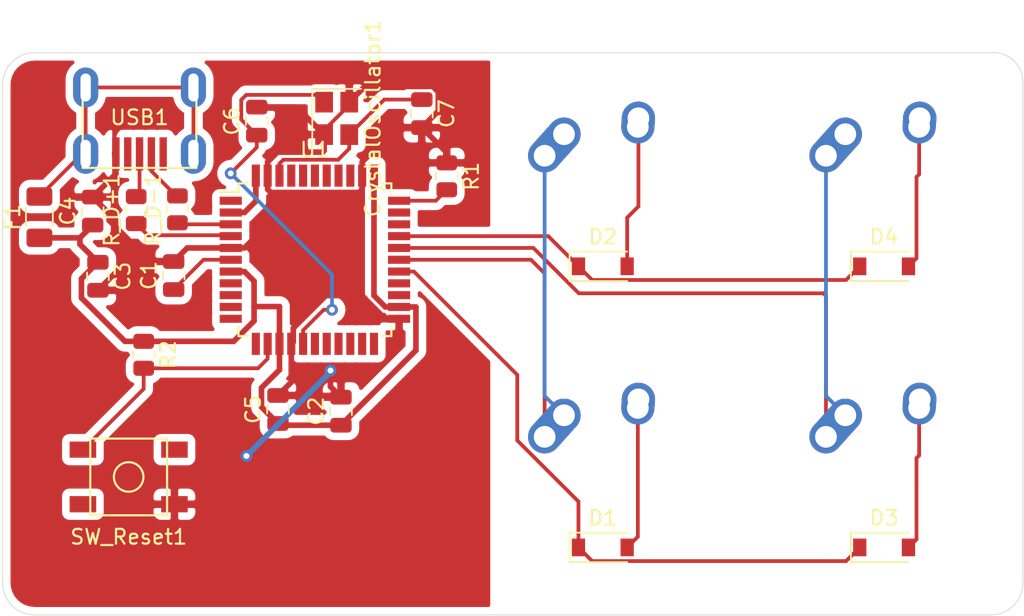
<source format=kicad_pcb>
(kicad_pcb (version 20171130) (host pcbnew "(5.1.10)-1")

  (general
    (thickness 1.6)
    (drawings 23)
    (tracks 183)
    (zones 0)
    (modules 24)
    (nets 45)
  )

  (page A4)
  (layers
    (0 F.Cu signal)
    (31 B.Cu signal)
    (32 B.Adhes user)
    (33 F.Adhes user)
    (34 B.Paste user)
    (35 F.Paste user)
    (36 B.SilkS user)
    (37 F.SilkS user)
    (38 B.Mask user)
    (39 F.Mask user)
    (40 Dwgs.User user)
    (41 Cmts.User user)
    (42 Eco1.User user)
    (43 Eco2.User user)
    (44 Edge.Cuts user)
    (45 Margin user)
    (46 B.CrtYd user)
    (47 F.CrtYd user)
    (48 B.Fab user)
    (49 F.Fab user)
  )

  (setup
    (last_trace_width 0.254)
    (trace_clearance 0.2)
    (zone_clearance 0.508)
    (zone_45_only no)
    (trace_min 0.2)
    (via_size 0.8)
    (via_drill 0.4)
    (via_min_size 0.4)
    (via_min_drill 0.3)
    (uvia_size 0.3)
    (uvia_drill 0.1)
    (uvias_allowed no)
    (uvia_min_size 0.2)
    (uvia_min_drill 0.1)
    (edge_width 0.05)
    (segment_width 0.2)
    (pcb_text_width 0.3)
    (pcb_text_size 1.5 1.5)
    (mod_edge_width 0.12)
    (mod_text_size 1 1)
    (mod_text_width 0.15)
    (pad_size 1.524 1.524)
    (pad_drill 0.762)
    (pad_to_mask_clearance 0)
    (aux_axis_origin 0 0)
    (visible_elements 7FFFFFFF)
    (pcbplotparams
      (layerselection 0x010fc_ffffffff)
      (usegerberextensions false)
      (usegerberattributes true)
      (usegerberadvancedattributes true)
      (creategerberjobfile true)
      (excludeedgelayer true)
      (linewidth 0.100000)
      (plotframeref false)
      (viasonmask false)
      (mode 1)
      (useauxorigin false)
      (hpglpennumber 1)
      (hpglpenspeed 20)
      (hpglpendiameter 15.000000)
      (psnegative false)
      (psa4output false)
      (plotreference true)
      (plotvalue true)
      (plotinvisibletext false)
      (padsonsilk false)
      (subtractmaskfromsilk false)
      (outputformat 1)
      (mirror false)
      (drillshape 1)
      (scaleselection 1)
      (outputdirectory ""))
  )

  (net 0 "")
  (net 1 GND)
  (net 2 "Net-(C1-Pad1)")
  (net 3 +5V)
  (net 4 "Net-(C6-Pad1)")
  (net 5 "Net-(C7-Pad1)")
  (net 6 "Net-(D1-Pad2)")
  (net 7 ROW0)
  (net 8 "Net-(D2-Pad2)")
  (net 9 ROW1)
  (net 10 "Net-(D3-Pad2)")
  (net 11 "Net-(D4-Pad2)")
  (net 12 VCC)
  (net 13 COL0)
  (net 14 COL1)
  (net 15 "Net-(R1-Pad2)")
  (net 16 "Net-(R2-Pad2)")
  (net 17 D+)
  (net 18 "Net-(R_D+1-Pad1)")
  (net 19 "Net-(R_D-1-Pad1)")
  (net 20 "Net-(U1-Pad41)")
  (net 21 "Net-(U1-Pad40)")
  (net 22 "Net-(U1-Pad39)")
  (net 23 "Net-(U1-Pad38)")
  (net 24 "Net-(U1-Pad37)")
  (net 25 "Net-(U1-Pad36)")
  (net 26 "Net-(U1-Pad32)")
  (net 27 "Net-(U1-Pad31)")
  (net 28 "Net-(U1-Pad26)")
  (net 29 "Net-(U1-Pad25)")
  (net 30 "Net-(U1-Pad22)")
  (net 31 "Net-(U1-Pad21)")
  (net 32 "Net-(U1-Pad20)")
  (net 33 "Net-(U1-Pad19)")
  (net 34 "Net-(U1-Pad18)")
  (net 35 "Net-(U1-Pad17)")
  (net 36 "Net-(U1-Pad12)")
  (net 37 "Net-(U1-Pad11)")
  (net 38 "Net-(U1-Pad10)")
  (net 39 "Net-(U1-Pad9)")
  (net 40 "Net-(U1-Pad8)")
  (net 41 "Net-(U1-Pad1)")
  (net 42 "Net-(USB1-Pad5)")
  (net 43 D-)
  (net 44 "Net-(USB1-Pad2)")

  (net_class Default "This is the default net class."
    (clearance 0.2)
    (trace_width 0.254)
    (via_dia 0.8)
    (via_drill 0.4)
    (uvia_dia 0.3)
    (uvia_drill 0.1)
    (add_net COL0)
    (add_net COL1)
    (add_net D+)
    (add_net D-)
    (add_net "Net-(C1-Pad1)")
    (add_net "Net-(C6-Pad1)")
    (add_net "Net-(C7-Pad1)")
    (add_net "Net-(D1-Pad2)")
    (add_net "Net-(D2-Pad2)")
    (add_net "Net-(D3-Pad2)")
    (add_net "Net-(D4-Pad2)")
    (add_net "Net-(R1-Pad2)")
    (add_net "Net-(R2-Pad2)")
    (add_net "Net-(R_D+1-Pad1)")
    (add_net "Net-(R_D-1-Pad1)")
    (add_net "Net-(U1-Pad1)")
    (add_net "Net-(U1-Pad10)")
    (add_net "Net-(U1-Pad11)")
    (add_net "Net-(U1-Pad12)")
    (add_net "Net-(U1-Pad17)")
    (add_net "Net-(U1-Pad18)")
    (add_net "Net-(U1-Pad19)")
    (add_net "Net-(U1-Pad20)")
    (add_net "Net-(U1-Pad21)")
    (add_net "Net-(U1-Pad22)")
    (add_net "Net-(U1-Pad25)")
    (add_net "Net-(U1-Pad26)")
    (add_net "Net-(U1-Pad31)")
    (add_net "Net-(U1-Pad32)")
    (add_net "Net-(U1-Pad36)")
    (add_net "Net-(U1-Pad37)")
    (add_net "Net-(U1-Pad38)")
    (add_net "Net-(U1-Pad39)")
    (add_net "Net-(U1-Pad40)")
    (add_net "Net-(U1-Pad41)")
    (add_net "Net-(U1-Pad8)")
    (add_net "Net-(U1-Pad9)")
    (add_net "Net-(USB1-Pad2)")
    (add_net "Net-(USB1-Pad5)")
    (add_net ROW0)
    (add_net ROW1)
    (add_net VCC)
  )

  (net_class Power ""
    (clearance 0.2)
    (trace_width 0.381)
    (via_dia 0.8)
    (via_drill 0.4)
    (uvia_dia 0.3)
    (uvia_drill 0.1)
    (add_net +5V)
    (add_net GND)
  )

  (module MX_Alps_Hybrid:MX-1U-NoLED (layer F.Cu) (tedit 5A9F5203) (tstamp 6168F671)
    (at 106.553 64.897)
    (path /616DCC9A)
    (fp_text reference MX2 (at 0 3.175) (layer Dwgs.User)
      (effects (font (size 1 1) (thickness 0.15)))
    )
    (fp_text value MX-NoLED (at 0 -7.9375) (layer Dwgs.User)
      (effects (font (size 1 1) (thickness 0.15)))
    )
    (fp_line (start 5 -7) (end 7 -7) (layer Dwgs.User) (width 0.15))
    (fp_line (start 7 -7) (end 7 -5) (layer Dwgs.User) (width 0.15))
    (fp_line (start 5 7) (end 7 7) (layer Dwgs.User) (width 0.15))
    (fp_line (start 7 7) (end 7 5) (layer Dwgs.User) (width 0.15))
    (fp_line (start -7 5) (end -7 7) (layer Dwgs.User) (width 0.15))
    (fp_line (start -7 7) (end -5 7) (layer Dwgs.User) (width 0.15))
    (fp_line (start -5 -7) (end -7 -7) (layer Dwgs.User) (width 0.15))
    (fp_line (start -7 -7) (end -7 -5) (layer Dwgs.User) (width 0.15))
    (fp_line (start -9.525 -9.525) (end 9.525 -9.525) (layer Dwgs.User) (width 0.15))
    (fp_line (start 9.525 -9.525) (end 9.525 9.525) (layer Dwgs.User) (width 0.15))
    (fp_line (start 9.525 9.525) (end -9.525 9.525) (layer Dwgs.User) (width 0.15))
    (fp_line (start -9.525 9.525) (end -9.525 -9.525) (layer Dwgs.User) (width 0.15))
    (pad "" np_thru_hole circle (at 5.08 0 48.0996) (size 1.75 1.75) (drill 1.75) (layers *.Cu *.Mask))
    (pad "" np_thru_hole circle (at -5.08 0 48.0996) (size 1.75 1.75) (drill 1.75) (layers *.Cu *.Mask))
    (pad 1 thru_hole circle (at -2.5 -4) (size 2.25 2.25) (drill 1.47) (layers *.Cu B.Mask)
      (net 13 COL0))
    (pad "" np_thru_hole circle (at 0 0) (size 3.9878 3.9878) (drill 3.9878) (layers *.Cu *.Mask))
    (pad 1 thru_hole oval (at -3.81 -2.54 48.0996) (size 4.211556 2.25) (drill 1.47 (offset 0.980778 0)) (layers *.Cu B.Mask)
      (net 13 COL0))
    (pad 2 thru_hole circle (at 2.54 -5.08) (size 2.25 2.25) (drill 1.47) (layers *.Cu B.Mask)
      (net 8 "Net-(D2-Pad2)"))
    (pad 2 thru_hole oval (at 2.5 -4.5 86.0548) (size 2.831378 2.25) (drill 1.47 (offset 0.290689 0)) (layers *.Cu B.Mask)
      (net 8 "Net-(D2-Pad2)"))
  )

  (module MX_Alps_Hybrid:MX-1U-NoLED (layer F.Cu) (tedit 5A9F5203) (tstamp 6168F69F)
    (at 125.603 64.897)
    (path /616DE501)
    (fp_text reference MX4 (at 0 3.175) (layer Dwgs.User)
      (effects (font (size 1 1) (thickness 0.15)))
    )
    (fp_text value MX-NoLED (at 0 -7.9375) (layer Dwgs.User)
      (effects (font (size 1 1) (thickness 0.15)))
    )
    (fp_line (start 5 -7) (end 7 -7) (layer Dwgs.User) (width 0.15))
    (fp_line (start 7 -7) (end 7 -5) (layer Dwgs.User) (width 0.15))
    (fp_line (start 5 7) (end 7 7) (layer Dwgs.User) (width 0.15))
    (fp_line (start 7 7) (end 7 5) (layer Dwgs.User) (width 0.15))
    (fp_line (start -7 5) (end -7 7) (layer Dwgs.User) (width 0.15))
    (fp_line (start -7 7) (end -5 7) (layer Dwgs.User) (width 0.15))
    (fp_line (start -5 -7) (end -7 -7) (layer Dwgs.User) (width 0.15))
    (fp_line (start -7 -7) (end -7 -5) (layer Dwgs.User) (width 0.15))
    (fp_line (start -9.525 -9.525) (end 9.525 -9.525) (layer Dwgs.User) (width 0.15))
    (fp_line (start 9.525 -9.525) (end 9.525 9.525) (layer Dwgs.User) (width 0.15))
    (fp_line (start 9.525 9.525) (end -9.525 9.525) (layer Dwgs.User) (width 0.15))
    (fp_line (start -9.525 9.525) (end -9.525 -9.525) (layer Dwgs.User) (width 0.15))
    (pad "" np_thru_hole circle (at 5.08 0 48.0996) (size 1.75 1.75) (drill 1.75) (layers *.Cu *.Mask))
    (pad "" np_thru_hole circle (at -5.08 0 48.0996) (size 1.75 1.75) (drill 1.75) (layers *.Cu *.Mask))
    (pad 1 thru_hole circle (at -2.5 -4) (size 2.25 2.25) (drill 1.47) (layers *.Cu B.Mask)
      (net 14 COL1))
    (pad "" np_thru_hole circle (at 0 0) (size 3.9878 3.9878) (drill 3.9878) (layers *.Cu *.Mask))
    (pad 1 thru_hole oval (at -3.81 -2.54 48.0996) (size 4.211556 2.25) (drill 1.47 (offset 0.980778 0)) (layers *.Cu B.Mask)
      (net 14 COL1))
    (pad 2 thru_hole circle (at 2.54 -5.08) (size 2.25 2.25) (drill 1.47) (layers *.Cu B.Mask)
      (net 11 "Net-(D4-Pad2)"))
    (pad 2 thru_hole oval (at 2.5 -4.5 86.0548) (size 2.831378 2.25) (drill 1.47 (offset 0.290689 0)) (layers *.Cu B.Mask)
      (net 11 "Net-(D4-Pad2)"))
  )

  (module MX_Alps_Hybrid:MX-1U-NoLED (layer F.Cu) (tedit 5A9F5203) (tstamp 6168F688)
    (at 125.603 83.947)
    (path /616DB35B)
    (fp_text reference MX3 (at 0 3.175) (layer Dwgs.User)
      (effects (font (size 1 1) (thickness 0.15)))
    )
    (fp_text value MX-NoLED (at 0 -7.9375) (layer Dwgs.User)
      (effects (font (size 1 1) (thickness 0.15)))
    )
    (fp_line (start 5 -7) (end 7 -7) (layer Dwgs.User) (width 0.15))
    (fp_line (start 7 -7) (end 7 -5) (layer Dwgs.User) (width 0.15))
    (fp_line (start 5 7) (end 7 7) (layer Dwgs.User) (width 0.15))
    (fp_line (start 7 7) (end 7 5) (layer Dwgs.User) (width 0.15))
    (fp_line (start -7 5) (end -7 7) (layer Dwgs.User) (width 0.15))
    (fp_line (start -7 7) (end -5 7) (layer Dwgs.User) (width 0.15))
    (fp_line (start -5 -7) (end -7 -7) (layer Dwgs.User) (width 0.15))
    (fp_line (start -7 -7) (end -7 -5) (layer Dwgs.User) (width 0.15))
    (fp_line (start -9.525 -9.525) (end 9.525 -9.525) (layer Dwgs.User) (width 0.15))
    (fp_line (start 9.525 -9.525) (end 9.525 9.525) (layer Dwgs.User) (width 0.15))
    (fp_line (start 9.525 9.525) (end -9.525 9.525) (layer Dwgs.User) (width 0.15))
    (fp_line (start -9.525 9.525) (end -9.525 -9.525) (layer Dwgs.User) (width 0.15))
    (pad "" np_thru_hole circle (at 5.08 0 48.0996) (size 1.75 1.75) (drill 1.75) (layers *.Cu *.Mask))
    (pad "" np_thru_hole circle (at -5.08 0 48.0996) (size 1.75 1.75) (drill 1.75) (layers *.Cu *.Mask))
    (pad 1 thru_hole circle (at -2.5 -4) (size 2.25 2.25) (drill 1.47) (layers *.Cu B.Mask)
      (net 14 COL1))
    (pad "" np_thru_hole circle (at 0 0) (size 3.9878 3.9878) (drill 3.9878) (layers *.Cu *.Mask))
    (pad 1 thru_hole oval (at -3.81 -2.54 48.0996) (size 4.211556 2.25) (drill 1.47 (offset 0.980778 0)) (layers *.Cu B.Mask)
      (net 14 COL1))
    (pad 2 thru_hole circle (at 2.54 -5.08) (size 2.25 2.25) (drill 1.47) (layers *.Cu B.Mask)
      (net 10 "Net-(D3-Pad2)"))
    (pad 2 thru_hole oval (at 2.5 -4.5 86.0548) (size 2.831378 2.25) (drill 1.47 (offset 0.290689 0)) (layers *.Cu B.Mask)
      (net 10 "Net-(D3-Pad2)"))
  )

  (module MX_Alps_Hybrid:MX-1U-NoLED (layer F.Cu) (tedit 5A9F5203) (tstamp 61692704)
    (at 106.553 83.947)
    (path /616D39A6)
    (fp_text reference MX1 (at 0 3.175) (layer Dwgs.User)
      (effects (font (size 1 1) (thickness 0.15)))
    )
    (fp_text value MX-NoLED (at 0 -7.9375) (layer Dwgs.User)
      (effects (font (size 1 1) (thickness 0.15)))
    )
    (fp_line (start 5 -7) (end 7 -7) (layer Dwgs.User) (width 0.15))
    (fp_line (start 7 -7) (end 7 -5) (layer Dwgs.User) (width 0.15))
    (fp_line (start 5 7) (end 7 7) (layer Dwgs.User) (width 0.15))
    (fp_line (start 7 7) (end 7 5) (layer Dwgs.User) (width 0.15))
    (fp_line (start -7 5) (end -7 7) (layer Dwgs.User) (width 0.15))
    (fp_line (start -7 7) (end -5 7) (layer Dwgs.User) (width 0.15))
    (fp_line (start -5 -7) (end -7 -7) (layer Dwgs.User) (width 0.15))
    (fp_line (start -7 -7) (end -7 -5) (layer Dwgs.User) (width 0.15))
    (fp_line (start -9.525 -9.525) (end 9.525 -9.525) (layer Dwgs.User) (width 0.15))
    (fp_line (start 9.525 -9.525) (end 9.525 9.525) (layer Dwgs.User) (width 0.15))
    (fp_line (start 9.525 9.525) (end -9.525 9.525) (layer Dwgs.User) (width 0.15))
    (fp_line (start -9.525 9.525) (end -9.525 -9.525) (layer Dwgs.User) (width 0.15))
    (pad "" np_thru_hole circle (at 5.08 0 48.0996) (size 1.75 1.75) (drill 1.75) (layers *.Cu *.Mask))
    (pad "" np_thru_hole circle (at -5.08 0 48.0996) (size 1.75 1.75) (drill 1.75) (layers *.Cu *.Mask))
    (pad 1 thru_hole circle (at -2.5 -4) (size 2.25 2.25) (drill 1.47) (layers *.Cu B.Mask)
      (net 13 COL0))
    (pad "" np_thru_hole circle (at 0 0) (size 3.9878 3.9878) (drill 3.9878) (layers *.Cu *.Mask))
    (pad 1 thru_hole oval (at -3.81 -2.54 48.0996) (size 4.211556 2.25) (drill 1.47 (offset 0.980778 0)) (layers *.Cu B.Mask)
      (net 13 COL0))
    (pad 2 thru_hole circle (at 2.54 -5.08) (size 2.25 2.25) (drill 1.47) (layers *.Cu B.Mask)
      (net 6 "Net-(D1-Pad2)"))
    (pad 2 thru_hole oval (at 2.5 -4.5 86.0548) (size 2.831378 2.25) (drill 1.47 (offset 0.290689 0)) (layers *.Cu B.Mask)
      (net 6 "Net-(D1-Pad2)"))
  )

  (module random-keyboard-parts:Molex-0548190589 (layer F.Cu) (tedit 5C494815) (tstamp 61699067)
    (at 75.311 57.73 270)
    (path /616C58AB)
    (attr smd)
    (fp_text reference USB1 (at 2.032 0) (layer F.SilkS)
      (effects (font (size 1 1) (thickness 0.15)))
    )
    (fp_text value Molex-0548190589 (at -5.08 0) (layer Dwgs.User)
      (effects (font (size 1 1) (thickness 0.15)))
    )
    (fp_line (start -3.75 -3.85) (end -3.75 3.85) (layer Dwgs.User) (width 0.15))
    (fp_line (start -1.75 -4.572) (end -1.75 4.572) (layer Dwgs.User) (width 0.15))
    (fp_line (start -3.75 3.85) (end 0 3.85) (layer Dwgs.User) (width 0.15))
    (fp_line (start -3.75 -3.85) (end 0 -3.85) (layer Dwgs.User) (width 0.15))
    (fp_line (start 5.45 -3.85) (end 5.45 3.85) (layer F.SilkS) (width 0.15))
    (fp_line (start 0 3.85) (end 5.45 3.85) (layer F.SilkS) (width 0.15))
    (fp_line (start 0 -3.85) (end 5.45 -3.85) (layer F.SilkS) (width 0.15))
    (fp_line (start -3.75 -3.75) (end 5.5 -3.75) (layer F.CrtYd) (width 0.15))
    (fp_line (start 5.5 -3.75) (end 5.5 3.75) (layer F.CrtYd) (width 0.15))
    (fp_line (start 5.5 3.75) (end -3.75 3.75) (layer F.CrtYd) (width 0.15))
    (fp_line (start -3.75 3.75) (end -3.75 -3.75) (layer F.CrtYd) (width 0.15))
    (fp_line (start 5.5 -2) (end 3.25 -2) (layer F.CrtYd) (width 0.15))
    (fp_line (start 3.25 -2) (end 3.25 2) (layer F.CrtYd) (width 0.15))
    (fp_line (start 3.25 2) (end 5.5 2) (layer F.CrtYd) (width 0.15))
    (fp_line (start 5.5 1.25) (end 3.25 1.25) (layer F.CrtYd) (width 0.15))
    (fp_line (start 3.25 0.5) (end 5.5 0.5) (layer F.CrtYd) (width 0.15))
    (fp_line (start 5.5 -0.5) (end 3.25 -0.5) (layer F.CrtYd) (width 0.15))
    (fp_line (start 3.25 -1.25) (end 5.5 -1.25) (layer F.CrtYd) (width 0.15))
    (fp_text user %R (at 2 0) (layer F.CrtYd)
      (effects (font (size 1 1) (thickness 0.15)))
    )
    (pad 6 thru_hole oval (at 0 -3.65 270) (size 2.7 1.7) (drill oval 1.9 0.7) (layers *.Cu *.Mask)
      (net 12 VCC))
    (pad 6 thru_hole oval (at 0 3.65 270) (size 2.7 1.7) (drill oval 1.9 0.7) (layers *.Cu *.Mask)
      (net 12 VCC))
    (pad 6 thru_hole oval (at 4.5 3.65 270) (size 2.7 1.7) (drill oval 1.9 0.7) (layers *.Cu *.Mask)
      (net 12 VCC))
    (pad 6 thru_hole oval (at 4.5 -3.65 270) (size 2.7 1.7) (drill oval 1.9 0.7) (layers *.Cu *.Mask)
      (net 12 VCC))
    (pad 5 smd rect (at 4.5 -1.6 270) (size 2.25 0.5) (layers F.Cu F.Paste F.Mask)
      (net 42 "Net-(USB1-Pad5)"))
    (pad 4 smd rect (at 4.5 -0.8 270) (size 2.25 0.5) (layers F.Cu F.Paste F.Mask)
      (net 43 D-))
    (pad 3 smd rect (at 4.5 0 270) (size 2.25 0.5) (layers F.Cu F.Paste F.Mask)
      (net 17 D+))
    (pad 2 smd rect (at 4.5 0.8 270) (size 2.25 0.5) (layers F.Cu F.Paste F.Mask)
      (net 44 "Net-(USB1-Pad2)"))
    (pad 1 smd rect (at 4.5 1.6 270) (size 2.25 0.5) (layers F.Cu F.Paste F.Mask)
      (net 1 GND))
  )

  (module Package_QFP:TQFP-44_10x10mm_P0.8mm (layer F.Cu) (tedit 5A02F146) (tstamp 6168F744)
    (at 87.1855 69.4055)
    (descr "44-Lead Plastic Thin Quad Flatpack (PT) - 10x10x1.0 mm Body [TQFP] (see Microchip Packaging Specification 00000049BS.pdf)")
    (tags "QFP 0.8")
    (path /61689003)
    (attr smd)
    (fp_text reference U1 (at 0 -7.45) (layer F.SilkS)
      (effects (font (size 1 1) (thickness 0.15)))
    )
    (fp_text value ATmega32U4-AU (at 0 7.45) (layer F.Fab)
      (effects (font (size 1 1) (thickness 0.15)))
    )
    (fp_line (start -4 -5) (end 5 -5) (layer F.Fab) (width 0.15))
    (fp_line (start 5 -5) (end 5 5) (layer F.Fab) (width 0.15))
    (fp_line (start 5 5) (end -5 5) (layer F.Fab) (width 0.15))
    (fp_line (start -5 5) (end -5 -4) (layer F.Fab) (width 0.15))
    (fp_line (start -5 -4) (end -4 -5) (layer F.Fab) (width 0.15))
    (fp_line (start -6.7 -6.7) (end -6.7 6.7) (layer F.CrtYd) (width 0.05))
    (fp_line (start 6.7 -6.7) (end 6.7 6.7) (layer F.CrtYd) (width 0.05))
    (fp_line (start -6.7 -6.7) (end 6.7 -6.7) (layer F.CrtYd) (width 0.05))
    (fp_line (start -6.7 6.7) (end 6.7 6.7) (layer F.CrtYd) (width 0.05))
    (fp_line (start -5.175 -5.175) (end -5.175 -4.6) (layer F.SilkS) (width 0.15))
    (fp_line (start 5.175 -5.175) (end 5.175 -4.5) (layer F.SilkS) (width 0.15))
    (fp_line (start 5.175 5.175) (end 5.175 4.5) (layer F.SilkS) (width 0.15))
    (fp_line (start -5.175 5.175) (end -5.175 4.5) (layer F.SilkS) (width 0.15))
    (fp_line (start -5.175 -5.175) (end -4.5 -5.175) (layer F.SilkS) (width 0.15))
    (fp_line (start -5.175 5.175) (end -4.5 5.175) (layer F.SilkS) (width 0.15))
    (fp_line (start 5.175 5.175) (end 4.5 5.175) (layer F.SilkS) (width 0.15))
    (fp_line (start 5.175 -5.175) (end 4.5 -5.175) (layer F.SilkS) (width 0.15))
    (fp_line (start -5.175 -4.6) (end -6.45 -4.6) (layer F.SilkS) (width 0.15))
    (fp_text user %R (at 0 0) (layer F.Fab)
      (effects (font (size 1 1) (thickness 0.15)))
    )
    (pad 44 smd rect (at -4 -5.7 90) (size 1.5 0.55) (layers F.Cu F.Paste F.Mask)
      (net 3 +5V))
    (pad 43 smd rect (at -3.2 -5.7 90) (size 1.5 0.55) (layers F.Cu F.Paste F.Mask)
      (net 1 GND))
    (pad 42 smd rect (at -2.4 -5.7 90) (size 1.5 0.55) (layers F.Cu F.Paste F.Mask)
      (net 5 "Net-(C7-Pad1)"))
    (pad 41 smd rect (at -1.6 -5.7 90) (size 1.5 0.55) (layers F.Cu F.Paste F.Mask)
      (net 20 "Net-(U1-Pad41)"))
    (pad 40 smd rect (at -0.8 -5.7 90) (size 1.5 0.55) (layers F.Cu F.Paste F.Mask)
      (net 21 "Net-(U1-Pad40)"))
    (pad 39 smd rect (at 0 -5.7 90) (size 1.5 0.55) (layers F.Cu F.Paste F.Mask)
      (net 22 "Net-(U1-Pad39)"))
    (pad 38 smd rect (at 0.8 -5.7 90) (size 1.5 0.55) (layers F.Cu F.Paste F.Mask)
      (net 23 "Net-(U1-Pad38)"))
    (pad 37 smd rect (at 1.6 -5.7 90) (size 1.5 0.55) (layers F.Cu F.Paste F.Mask)
      (net 24 "Net-(U1-Pad37)"))
    (pad 36 smd rect (at 2.4 -5.7 90) (size 1.5 0.55) (layers F.Cu F.Paste F.Mask)
      (net 25 "Net-(U1-Pad36)"))
    (pad 35 smd rect (at 3.2 -5.7 90) (size 1.5 0.55) (layers F.Cu F.Paste F.Mask)
      (net 1 GND))
    (pad 34 smd rect (at 4 -5.7 90) (size 1.5 0.55) (layers F.Cu F.Paste F.Mask)
      (net 3 +5V))
    (pad 33 smd rect (at 5.7 -4) (size 1.5 0.55) (layers F.Cu F.Paste F.Mask)
      (net 15 "Net-(R1-Pad2)"))
    (pad 32 smd rect (at 5.7 -3.2) (size 1.5 0.55) (layers F.Cu F.Paste F.Mask)
      (net 26 "Net-(U1-Pad32)"))
    (pad 31 smd rect (at 5.7 -2.4) (size 1.5 0.55) (layers F.Cu F.Paste F.Mask)
      (net 27 "Net-(U1-Pad31)"))
    (pad 30 smd rect (at 5.7 -1.6) (size 1.5 0.55) (layers F.Cu F.Paste F.Mask)
      (net 9 ROW1))
    (pad 29 smd rect (at 5.7 -0.8) (size 1.5 0.55) (layers F.Cu F.Paste F.Mask)
      (net 14 COL1))
    (pad 28 smd rect (at 5.7 0) (size 1.5 0.55) (layers F.Cu F.Paste F.Mask)
      (net 13 COL0))
    (pad 27 smd rect (at 5.7 0.8) (size 1.5 0.55) (layers F.Cu F.Paste F.Mask)
      (net 7 ROW0))
    (pad 26 smd rect (at 5.7 1.6) (size 1.5 0.55) (layers F.Cu F.Paste F.Mask)
      (net 28 "Net-(U1-Pad26)"))
    (pad 25 smd rect (at 5.7 2.4) (size 1.5 0.55) (layers F.Cu F.Paste F.Mask)
      (net 29 "Net-(U1-Pad25)"))
    (pad 24 smd rect (at 5.7 3.2) (size 1.5 0.55) (layers F.Cu F.Paste F.Mask)
      (net 3 +5V))
    (pad 23 smd rect (at 5.7 4) (size 1.5 0.55) (layers F.Cu F.Paste F.Mask)
      (net 1 GND))
    (pad 22 smd rect (at 4 5.7 90) (size 1.5 0.55) (layers F.Cu F.Paste F.Mask)
      (net 30 "Net-(U1-Pad22)"))
    (pad 21 smd rect (at 3.2 5.7 90) (size 1.5 0.55) (layers F.Cu F.Paste F.Mask)
      (net 31 "Net-(U1-Pad21)"))
    (pad 20 smd rect (at 2.4 5.7 90) (size 1.5 0.55) (layers F.Cu F.Paste F.Mask)
      (net 32 "Net-(U1-Pad20)"))
    (pad 19 smd rect (at 1.6 5.7 90) (size 1.5 0.55) (layers F.Cu F.Paste F.Mask)
      (net 33 "Net-(U1-Pad19)"))
    (pad 18 smd rect (at 0.8 5.7 90) (size 1.5 0.55) (layers F.Cu F.Paste F.Mask)
      (net 34 "Net-(U1-Pad18)"))
    (pad 17 smd rect (at 0 5.7 90) (size 1.5 0.55) (layers F.Cu F.Paste F.Mask)
      (net 35 "Net-(U1-Pad17)"))
    (pad 16 smd rect (at -0.8 5.7 90) (size 1.5 0.55) (layers F.Cu F.Paste F.Mask)
      (net 4 "Net-(C6-Pad1)"))
    (pad 15 smd rect (at -1.6 5.7 90) (size 1.5 0.55) (layers F.Cu F.Paste F.Mask)
      (net 1 GND))
    (pad 14 smd rect (at -2.4 5.7 90) (size 1.5 0.55) (layers F.Cu F.Paste F.Mask)
      (net 3 +5V))
    (pad 13 smd rect (at -3.2 5.7 90) (size 1.5 0.55) (layers F.Cu F.Paste F.Mask)
      (net 16 "Net-(R2-Pad2)"))
    (pad 12 smd rect (at -4 5.7 90) (size 1.5 0.55) (layers F.Cu F.Paste F.Mask)
      (net 36 "Net-(U1-Pad12)"))
    (pad 11 smd rect (at -5.7 4) (size 1.5 0.55) (layers F.Cu F.Paste F.Mask)
      (net 37 "Net-(U1-Pad11)"))
    (pad 10 smd rect (at -5.7 3.2) (size 1.5 0.55) (layers F.Cu F.Paste F.Mask)
      (net 38 "Net-(U1-Pad10)"))
    (pad 9 smd rect (at -5.7 2.4) (size 1.5 0.55) (layers F.Cu F.Paste F.Mask)
      (net 39 "Net-(U1-Pad9)"))
    (pad 8 smd rect (at -5.7 1.6) (size 1.5 0.55) (layers F.Cu F.Paste F.Mask)
      (net 40 "Net-(U1-Pad8)"))
    (pad 7 smd rect (at -5.7 0.8) (size 1.5 0.55) (layers F.Cu F.Paste F.Mask)
      (net 3 +5V))
    (pad 6 smd rect (at -5.7 0) (size 1.5 0.55) (layers F.Cu F.Paste F.Mask)
      (net 2 "Net-(C1-Pad1)"))
    (pad 5 smd rect (at -5.7 -0.8) (size 1.5 0.55) (layers F.Cu F.Paste F.Mask)
      (net 1 GND))
    (pad 4 smd rect (at -5.7 -1.6) (size 1.5 0.55) (layers F.Cu F.Paste F.Mask)
      (net 18 "Net-(R_D+1-Pad1)"))
    (pad 3 smd rect (at -5.7 -2.4) (size 1.5 0.55) (layers F.Cu F.Paste F.Mask)
      (net 19 "Net-(R_D-1-Pad1)"))
    (pad 2 smd rect (at -5.7 -3.2) (size 1.5 0.55) (layers F.Cu F.Paste F.Mask)
      (net 3 +5V))
    (pad 1 smd rect (at -5.7 -4) (size 1.5 0.55) (layers F.Cu F.Paste F.Mask)
      (net 41 "Net-(U1-Pad1)"))
    (model ${KISYS3DMOD}/Package_QFP.3dshapes/TQFP-44_10x10mm_P0.8mm.wrl
      (at (xyz 0 0 0))
      (scale (xyz 1 1 1))
      (rotate (xyz 0 0 0))
    )
  )

  (module random-keyboard-parts:SKQG-1155865 (layer F.Cu) (tedit 5E62B398) (tstamp 6168F701)
    (at 74.5744 84.1248)
    (path /616BD4DE)
    (attr smd)
    (fp_text reference SW_Reset1 (at 0 4.064) (layer F.SilkS)
      (effects (font (size 1 1) (thickness 0.15)))
    )
    (fp_text value SW_Push (at 0 -4.064) (layer F.Fab)
      (effects (font (size 1 1) (thickness 0.15)))
    )
    (fp_line (start -2.6 1.1) (end -1.1 2.6) (layer F.Fab) (width 0.15))
    (fp_line (start 2.6 1.1) (end 1.1 2.6) (layer F.Fab) (width 0.15))
    (fp_line (start 2.6 -1.1) (end 1.1 -2.6) (layer F.Fab) (width 0.15))
    (fp_line (start -2.6 -1.1) (end -1.1 -2.6) (layer F.Fab) (width 0.15))
    (fp_circle (center 0 0) (end 1 0) (layer F.Fab) (width 0.15))
    (fp_line (start -4.2 -1.1) (end -4.2 -2.6) (layer F.Fab) (width 0.15))
    (fp_line (start -2.6 -1.1) (end -4.2 -1.1) (layer F.Fab) (width 0.15))
    (fp_line (start -2.6 1.1) (end -2.6 -1.1) (layer F.Fab) (width 0.15))
    (fp_line (start -4.2 1.1) (end -2.6 1.1) (layer F.Fab) (width 0.15))
    (fp_line (start -4.2 2.6) (end -4.2 1.1) (layer F.Fab) (width 0.15))
    (fp_line (start 4.2 2.6) (end -4.2 2.6) (layer F.Fab) (width 0.15))
    (fp_line (start 4.2 1.1) (end 4.2 2.6) (layer F.Fab) (width 0.15))
    (fp_line (start 2.6 1.1) (end 4.2 1.1) (layer F.Fab) (width 0.15))
    (fp_line (start 2.6 -1.1) (end 2.6 1.1) (layer F.Fab) (width 0.15))
    (fp_line (start 4.2 -1.1) (end 2.6 -1.1) (layer F.Fab) (width 0.15))
    (fp_line (start 4.2 -2.6) (end 4.2 -1.2) (layer F.Fab) (width 0.15))
    (fp_line (start -4.2 -2.6) (end 4.2 -2.6) (layer F.Fab) (width 0.15))
    (fp_circle (center 0 0) (end 1 0) (layer F.SilkS) (width 0.15))
    (fp_line (start -2.6 2.6) (end -2.6 -2.6) (layer F.SilkS) (width 0.15))
    (fp_line (start 2.6 2.6) (end -2.6 2.6) (layer F.SilkS) (width 0.15))
    (fp_line (start 2.6 -2.6) (end 2.6 2.6) (layer F.SilkS) (width 0.15))
    (fp_line (start -2.6 -2.6) (end 2.6 -2.6) (layer F.SilkS) (width 0.15))
    (pad 4 smd rect (at -3.1 1.85) (size 1.8 1.1) (layers F.Cu F.Paste F.Mask))
    (pad 3 smd rect (at 3.1 -1.85) (size 1.8 1.1) (layers F.Cu F.Paste F.Mask))
    (pad 2 smd rect (at -3.1 -1.85) (size 1.8 1.1) (layers F.Cu F.Paste F.Mask)
      (net 16 "Net-(R2-Pad2)"))
    (pad 1 smd rect (at 3.1 1.85) (size 1.8 1.1) (layers F.Cu F.Paste F.Mask)
      (net 1 GND))
    (model ${KISYS3DMOD}/Button_Switch_SMD.3dshapes/SW_SPST_TL3342.step
      (at (xyz 0 0 0))
      (scale (xyz 1 1 1))
      (rotate (xyz 0 0 0))
    )
  )

  (module Resistor_SMD:R_0805_2012Metric (layer F.Cu) (tedit 5F68FEEE) (tstamp 61694039)
    (at 77.8764 65.9911 90)
    (descr "Resistor SMD 0805 (2012 Metric), square (rectangular) end terminal, IPC_7351 nominal, (Body size source: IPC-SM-782 page 72, https://www.pcb-3d.com/wordpress/wp-content/uploads/ipc-sm-782a_amendment_1_and_2.pdf), generated with kicad-footprint-generator")
    (tags resistor)
    (path /6169ADF6)
    (attr smd)
    (fp_text reference R_D-1 (at 0 -1.65 90) (layer F.SilkS)
      (effects (font (size 1 1) (thickness 0.15)))
    )
    (fp_text value 22 (at 0 1.65 90) (layer F.Fab)
      (effects (font (size 1 1) (thickness 0.15)))
    )
    (fp_line (start -1 0.625) (end -1 -0.625) (layer F.Fab) (width 0.1))
    (fp_line (start -1 -0.625) (end 1 -0.625) (layer F.Fab) (width 0.1))
    (fp_line (start 1 -0.625) (end 1 0.625) (layer F.Fab) (width 0.1))
    (fp_line (start 1 0.625) (end -1 0.625) (layer F.Fab) (width 0.1))
    (fp_line (start -0.227064 -0.735) (end 0.227064 -0.735) (layer F.SilkS) (width 0.12))
    (fp_line (start -0.227064 0.735) (end 0.227064 0.735) (layer F.SilkS) (width 0.12))
    (fp_line (start -1.68 0.95) (end -1.68 -0.95) (layer F.CrtYd) (width 0.05))
    (fp_line (start -1.68 -0.95) (end 1.68 -0.95) (layer F.CrtYd) (width 0.05))
    (fp_line (start 1.68 -0.95) (end 1.68 0.95) (layer F.CrtYd) (width 0.05))
    (fp_line (start 1.68 0.95) (end -1.68 0.95) (layer F.CrtYd) (width 0.05))
    (fp_text user %R (at 0 0 90) (layer F.Fab)
      (effects (font (size 0.5 0.5) (thickness 0.08)))
    )
    (pad 2 smd roundrect (at 0.9125 0 90) (size 1.025 1.4) (layers F.Cu F.Paste F.Mask) (roundrect_rratio 0.243902)
      (net 43 D-))
    (pad 1 smd roundrect (at -0.9125 0 90) (size 1.025 1.4) (layers F.Cu F.Paste F.Mask) (roundrect_rratio 0.243902)
      (net 19 "Net-(R_D-1-Pad1)"))
    (model ${KISYS3DMOD}/Resistor_SMD.3dshapes/R_0805_2012Metric.wrl
      (at (xyz 0 0 0))
      (scale (xyz 1 1 1))
      (rotate (xyz 0 0 0))
    )
  )

  (module Resistor_SMD:R_0805_2012Metric (layer F.Cu) (tedit 5F68FEEE) (tstamp 61695BF2)
    (at 75.0824 66.0419 90)
    (descr "Resistor SMD 0805 (2012 Metric), square (rectangular) end terminal, IPC_7351 nominal, (Body size source: IPC-SM-782 page 72, https://www.pcb-3d.com/wordpress/wp-content/uploads/ipc-sm-782a_amendment_1_and_2.pdf), generated with kicad-footprint-generator")
    (tags resistor)
    (path /6169A0DF)
    (attr smd)
    (fp_text reference R_D+1 (at 0 -1.65 90) (layer F.SilkS)
      (effects (font (size 1 1) (thickness 0.15)))
    )
    (fp_text value 22 (at 0 1.65 90) (layer F.Fab)
      (effects (font (size 1 1) (thickness 0.15)))
    )
    (fp_line (start -1 0.625) (end -1 -0.625) (layer F.Fab) (width 0.1))
    (fp_line (start -1 -0.625) (end 1 -0.625) (layer F.Fab) (width 0.1))
    (fp_line (start 1 -0.625) (end 1 0.625) (layer F.Fab) (width 0.1))
    (fp_line (start 1 0.625) (end -1 0.625) (layer F.Fab) (width 0.1))
    (fp_line (start -0.227064 -0.735) (end 0.227064 -0.735) (layer F.SilkS) (width 0.12))
    (fp_line (start -0.227064 0.735) (end 0.227064 0.735) (layer F.SilkS) (width 0.12))
    (fp_line (start -1.68 0.95) (end -1.68 -0.95) (layer F.CrtYd) (width 0.05))
    (fp_line (start -1.68 -0.95) (end 1.68 -0.95) (layer F.CrtYd) (width 0.05))
    (fp_line (start 1.68 -0.95) (end 1.68 0.95) (layer F.CrtYd) (width 0.05))
    (fp_line (start 1.68 0.95) (end -1.68 0.95) (layer F.CrtYd) (width 0.05))
    (fp_text user %R (at 0 0 90) (layer F.Fab)
      (effects (font (size 0.5 0.5) (thickness 0.08)))
    )
    (pad 2 smd roundrect (at 0.9125 0 90) (size 1.025 1.4) (layers F.Cu F.Paste F.Mask) (roundrect_rratio 0.243902)
      (net 17 D+))
    (pad 1 smd roundrect (at -0.9125 0 90) (size 1.025 1.4) (layers F.Cu F.Paste F.Mask) (roundrect_rratio 0.243902)
      (net 18 "Net-(R_D+1-Pad1)"))
    (model ${KISYS3DMOD}/Resistor_SMD.3dshapes/R_0805_2012Metric.wrl
      (at (xyz 0 0 0))
      (scale (xyz 1 1 1))
      (rotate (xyz 0 0 0))
    )
  )

  (module Resistor_SMD:R_0805_2012Metric (layer F.Cu) (tedit 5F68FEEE) (tstamp 6168F6C1)
    (at 75.5904 75.8463 270)
    (descr "Resistor SMD 0805 (2012 Metric), square (rectangular) end terminal, IPC_7351 nominal, (Body size source: IPC-SM-782 page 72, https://www.pcb-3d.com/wordpress/wp-content/uploads/ipc-sm-782a_amendment_1_and_2.pdf), generated with kicad-footprint-generator")
    (tags resistor)
    (path /616C0D91)
    (attr smd)
    (fp_text reference R2 (at 0 -1.65 90) (layer F.SilkS)
      (effects (font (size 1 1) (thickness 0.15)))
    )
    (fp_text value R_Small (at 0 1.65 90) (layer F.Fab)
      (effects (font (size 1 1) (thickness 0.15)))
    )
    (fp_line (start -1 0.625) (end -1 -0.625) (layer F.Fab) (width 0.1))
    (fp_line (start -1 -0.625) (end 1 -0.625) (layer F.Fab) (width 0.1))
    (fp_line (start 1 -0.625) (end 1 0.625) (layer F.Fab) (width 0.1))
    (fp_line (start 1 0.625) (end -1 0.625) (layer F.Fab) (width 0.1))
    (fp_line (start -0.227064 -0.735) (end 0.227064 -0.735) (layer F.SilkS) (width 0.12))
    (fp_line (start -0.227064 0.735) (end 0.227064 0.735) (layer F.SilkS) (width 0.12))
    (fp_line (start -1.68 0.95) (end -1.68 -0.95) (layer F.CrtYd) (width 0.05))
    (fp_line (start -1.68 -0.95) (end 1.68 -0.95) (layer F.CrtYd) (width 0.05))
    (fp_line (start 1.68 -0.95) (end 1.68 0.95) (layer F.CrtYd) (width 0.05))
    (fp_line (start 1.68 0.95) (end -1.68 0.95) (layer F.CrtYd) (width 0.05))
    (fp_text user %R (at 0 0 90) (layer F.Fab)
      (effects (font (size 0.5 0.5) (thickness 0.08)))
    )
    (pad 2 smd roundrect (at 0.9125 0 270) (size 1.025 1.4) (layers F.Cu F.Paste F.Mask) (roundrect_rratio 0.243902)
      (net 16 "Net-(R2-Pad2)"))
    (pad 1 smd roundrect (at -0.9125 0 270) (size 1.025 1.4) (layers F.Cu F.Paste F.Mask) (roundrect_rratio 0.243902)
      (net 3 +5V))
    (model ${KISYS3DMOD}/Resistor_SMD.3dshapes/R_0805_2012Metric.wrl
      (at (xyz 0 0 0))
      (scale (xyz 1 1 1))
      (rotate (xyz 0 0 0))
    )
  )

  (module Resistor_SMD:R_0805_2012Metric (layer F.Cu) (tedit 5F68FEEE) (tstamp 61696362)
    (at 96.1136 63.7521 270)
    (descr "Resistor SMD 0805 (2012 Metric), square (rectangular) end terminal, IPC_7351 nominal, (Body size source: IPC-SM-782 page 72, https://www.pcb-3d.com/wordpress/wp-content/uploads/ipc-sm-782a_amendment_1_and_2.pdf), generated with kicad-footprint-generator")
    (tags resistor)
    (path /61691062)
    (attr smd)
    (fp_text reference R1 (at 0 -1.65 90) (layer F.SilkS)
      (effects (font (size 1 1) (thickness 0.15)))
    )
    (fp_text value 10k (at 0 1.65 90) (layer F.Fab)
      (effects (font (size 1 1) (thickness 0.15)))
    )
    (fp_line (start -1 0.625) (end -1 -0.625) (layer F.Fab) (width 0.1))
    (fp_line (start -1 -0.625) (end 1 -0.625) (layer F.Fab) (width 0.1))
    (fp_line (start 1 -0.625) (end 1 0.625) (layer F.Fab) (width 0.1))
    (fp_line (start 1 0.625) (end -1 0.625) (layer F.Fab) (width 0.1))
    (fp_line (start -0.227064 -0.735) (end 0.227064 -0.735) (layer F.SilkS) (width 0.12))
    (fp_line (start -0.227064 0.735) (end 0.227064 0.735) (layer F.SilkS) (width 0.12))
    (fp_line (start -1.68 0.95) (end -1.68 -0.95) (layer F.CrtYd) (width 0.05))
    (fp_line (start -1.68 -0.95) (end 1.68 -0.95) (layer F.CrtYd) (width 0.05))
    (fp_line (start 1.68 -0.95) (end 1.68 0.95) (layer F.CrtYd) (width 0.05))
    (fp_line (start 1.68 0.95) (end -1.68 0.95) (layer F.CrtYd) (width 0.05))
    (fp_text user %R (at 0.668999 0.274999 90) (layer F.Fab)
      (effects (font (size 0.5 0.5) (thickness 0.08)))
    )
    (pad 2 smd roundrect (at 0.9125 0 270) (size 1.025 1.4) (layers F.Cu F.Paste F.Mask) (roundrect_rratio 0.243902)
      (net 15 "Net-(R1-Pad2)"))
    (pad 1 smd roundrect (at -0.9125 0 270) (size 1.025 1.4) (layers F.Cu F.Paste F.Mask) (roundrect_rratio 0.243902)
      (net 1 GND))
    (model ${KISYS3DMOD}/Resistor_SMD.3dshapes/R_0805_2012Metric.wrl
      (at (xyz 0 0 0))
      (scale (xyz 1 1 1))
      (rotate (xyz 0 0 0))
    )
  )

  (module Fuse:Fuse_1206_3216Metric (layer F.Cu) (tedit 5F68FEF1) (tstamp 6168F643)
    (at 68.5292 66.5196 90)
    (descr "Fuse SMD 1206 (3216 Metric), square (rectangular) end terminal, IPC_7351 nominal, (Body size source: http://www.tortai-tech.com/upload/download/2011102023233369053.pdf), generated with kicad-footprint-generator")
    (tags fuse)
    (path /616C831B)
    (attr smd)
    (fp_text reference F1 (at 0 -1.82 90) (layer F.SilkS)
      (effects (font (size 1 1) (thickness 0.15)))
    )
    (fp_text value 500mA (at 0 1.82 90) (layer F.Fab)
      (effects (font (size 1 1) (thickness 0.15)))
    )
    (fp_line (start -1.6 0.8) (end -1.6 -0.8) (layer F.Fab) (width 0.1))
    (fp_line (start -1.6 -0.8) (end 1.6 -0.8) (layer F.Fab) (width 0.1))
    (fp_line (start 1.6 -0.8) (end 1.6 0.8) (layer F.Fab) (width 0.1))
    (fp_line (start 1.6 0.8) (end -1.6 0.8) (layer F.Fab) (width 0.1))
    (fp_line (start -0.602064 -0.91) (end 0.602064 -0.91) (layer F.SilkS) (width 0.12))
    (fp_line (start -0.602064 0.91) (end 0.602064 0.91) (layer F.SilkS) (width 0.12))
    (fp_line (start -2.28 1.12) (end -2.28 -1.12) (layer F.CrtYd) (width 0.05))
    (fp_line (start -2.28 -1.12) (end 2.28 -1.12) (layer F.CrtYd) (width 0.05))
    (fp_line (start 2.28 -1.12) (end 2.28 1.12) (layer F.CrtYd) (width 0.05))
    (fp_line (start 2.28 1.12) (end -2.28 1.12) (layer F.CrtYd) (width 0.05))
    (fp_text user %R (at 0 0 90) (layer F.Fab)
      (effects (font (size 0.8 0.8) (thickness 0.12)))
    )
    (pad 2 smd roundrect (at 1.4 0 90) (size 1.25 1.75) (layers F.Cu F.Paste F.Mask) (roundrect_rratio 0.2)
      (net 12 VCC))
    (pad 1 smd roundrect (at -1.4 0 90) (size 1.25 1.75) (layers F.Cu F.Paste F.Mask) (roundrect_rratio 0.2)
      (net 3 +5V))
    (model ${KISYS3DMOD}/Fuse.3dshapes/Fuse_1206_3216Metric.wrl
      (at (xyz 0 0 0))
      (scale (xyz 1 1 1))
      (rotate (xyz 0 0 0))
    )
  )

  (module Diode_SMD:D_SOD-123 (layer F.Cu) (tedit 58645DC7) (tstamp 616915FA)
    (at 125.729 69.85)
    (descr SOD-123)
    (tags SOD-123)
    (path /616DE507)
    (attr smd)
    (fp_text reference D4 (at 0 -2) (layer F.SilkS)
      (effects (font (size 1 1) (thickness 0.15)))
    )
    (fp_text value D_Small (at 0 2.1) (layer F.Fab)
      (effects (font (size 1 1) (thickness 0.15)))
    )
    (fp_line (start -2.25 -1) (end -2.25 1) (layer F.SilkS) (width 0.12))
    (fp_line (start 0.25 0) (end 0.75 0) (layer F.Fab) (width 0.1))
    (fp_line (start 0.25 0.4) (end -0.35 0) (layer F.Fab) (width 0.1))
    (fp_line (start 0.25 -0.4) (end 0.25 0.4) (layer F.Fab) (width 0.1))
    (fp_line (start -0.35 0) (end 0.25 -0.4) (layer F.Fab) (width 0.1))
    (fp_line (start -0.35 0) (end -0.35 0.55) (layer F.Fab) (width 0.1))
    (fp_line (start -0.35 0) (end -0.35 -0.55) (layer F.Fab) (width 0.1))
    (fp_line (start -0.75 0) (end -0.35 0) (layer F.Fab) (width 0.1))
    (fp_line (start -1.4 0.9) (end -1.4 -0.9) (layer F.Fab) (width 0.1))
    (fp_line (start 1.4 0.9) (end -1.4 0.9) (layer F.Fab) (width 0.1))
    (fp_line (start 1.4 -0.9) (end 1.4 0.9) (layer F.Fab) (width 0.1))
    (fp_line (start -1.4 -0.9) (end 1.4 -0.9) (layer F.Fab) (width 0.1))
    (fp_line (start -2.35 -1.15) (end 2.35 -1.15) (layer F.CrtYd) (width 0.05))
    (fp_line (start 2.35 -1.15) (end 2.35 1.15) (layer F.CrtYd) (width 0.05))
    (fp_line (start 2.35 1.15) (end -2.35 1.15) (layer F.CrtYd) (width 0.05))
    (fp_line (start -2.35 -1.15) (end -2.35 1.15) (layer F.CrtYd) (width 0.05))
    (fp_line (start -2.25 1) (end 1.65 1) (layer F.SilkS) (width 0.12))
    (fp_line (start -2.25 -1) (end 1.65 -1) (layer F.SilkS) (width 0.12))
    (fp_text user %R (at 0 -2) (layer F.Fab)
      (effects (font (size 1 1) (thickness 0.15)))
    )
    (pad 2 smd rect (at 1.65 0) (size 0.9 1.2) (layers F.Cu F.Paste F.Mask)
      (net 11 "Net-(D4-Pad2)"))
    (pad 1 smd rect (at -1.65 0) (size 0.9 1.2) (layers F.Cu F.Paste F.Mask)
      (net 9 ROW1))
    (model ${KISYS3DMOD}/Diode_SMD.3dshapes/D_SOD-123.wrl
      (at (xyz 0 0 0))
      (scale (xyz 1 1 1))
      (rotate (xyz 0 0 0))
    )
  )

  (module Diode_SMD:D_SOD-123 (layer F.Cu) (tedit 58645DC7) (tstamp 6168F619)
    (at 125.73 88.9)
    (descr SOD-123)
    (tags SOD-123)
    (path /616DB361)
    (attr smd)
    (fp_text reference D3 (at 0 -2) (layer F.SilkS)
      (effects (font (size 1 1) (thickness 0.15)))
    )
    (fp_text value D_Small (at 0 2.1) (layer F.Fab)
      (effects (font (size 1 1) (thickness 0.15)))
    )
    (fp_line (start -2.25 -1) (end -2.25 1) (layer F.SilkS) (width 0.12))
    (fp_line (start 0.25 0) (end 0.75 0) (layer F.Fab) (width 0.1))
    (fp_line (start 0.25 0.4) (end -0.35 0) (layer F.Fab) (width 0.1))
    (fp_line (start 0.25 -0.4) (end 0.25 0.4) (layer F.Fab) (width 0.1))
    (fp_line (start -0.35 0) (end 0.25 -0.4) (layer F.Fab) (width 0.1))
    (fp_line (start -0.35 0) (end -0.35 0.55) (layer F.Fab) (width 0.1))
    (fp_line (start -0.35 0) (end -0.35 -0.55) (layer F.Fab) (width 0.1))
    (fp_line (start -0.75 0) (end -0.35 0) (layer F.Fab) (width 0.1))
    (fp_line (start -1.4 0.9) (end -1.4 -0.9) (layer F.Fab) (width 0.1))
    (fp_line (start 1.4 0.9) (end -1.4 0.9) (layer F.Fab) (width 0.1))
    (fp_line (start 1.4 -0.9) (end 1.4 0.9) (layer F.Fab) (width 0.1))
    (fp_line (start -1.4 -0.9) (end 1.4 -0.9) (layer F.Fab) (width 0.1))
    (fp_line (start -2.35 -1.15) (end 2.35 -1.15) (layer F.CrtYd) (width 0.05))
    (fp_line (start 2.35 -1.15) (end 2.35 1.15) (layer F.CrtYd) (width 0.05))
    (fp_line (start 2.35 1.15) (end -2.35 1.15) (layer F.CrtYd) (width 0.05))
    (fp_line (start -2.35 -1.15) (end -2.35 1.15) (layer F.CrtYd) (width 0.05))
    (fp_line (start -2.25 1) (end 1.65 1) (layer F.SilkS) (width 0.12))
    (fp_line (start -2.25 -1) (end 1.65 -1) (layer F.SilkS) (width 0.12))
    (fp_text user %R (at 0 -2) (layer F.Fab)
      (effects (font (size 1 1) (thickness 0.15)))
    )
    (pad 2 smd rect (at 1.65 0) (size 0.9 1.2) (layers F.Cu F.Paste F.Mask)
      (net 10 "Net-(D3-Pad2)"))
    (pad 1 smd rect (at -1.65 0) (size 0.9 1.2) (layers F.Cu F.Paste F.Mask)
      (net 7 ROW0))
    (model ${KISYS3DMOD}/Diode_SMD.3dshapes/D_SOD-123.wrl
      (at (xyz 0 0 0))
      (scale (xyz 1 1 1))
      (rotate (xyz 0 0 0))
    )
  )

  (module Diode_SMD:D_SOD-123 (layer F.Cu) (tedit 58645DC7) (tstamp 6168F600)
    (at 106.681 69.85)
    (descr SOD-123)
    (tags SOD-123)
    (path /616DCCA0)
    (attr smd)
    (fp_text reference D2 (at 0 -2) (layer F.SilkS)
      (effects (font (size 1 1) (thickness 0.15)))
    )
    (fp_text value D_Small (at 0 2.1) (layer F.Fab)
      (effects (font (size 1 1) (thickness 0.15)))
    )
    (fp_line (start -2.25 -1) (end -2.25 1) (layer F.SilkS) (width 0.12))
    (fp_line (start 0.25 0) (end 0.75 0) (layer F.Fab) (width 0.1))
    (fp_line (start 0.25 0.4) (end -0.35 0) (layer F.Fab) (width 0.1))
    (fp_line (start 0.25 -0.4) (end 0.25 0.4) (layer F.Fab) (width 0.1))
    (fp_line (start -0.35 0) (end 0.25 -0.4) (layer F.Fab) (width 0.1))
    (fp_line (start -0.35 0) (end -0.35 0.55) (layer F.Fab) (width 0.1))
    (fp_line (start -0.35 0) (end -0.35 -0.55) (layer F.Fab) (width 0.1))
    (fp_line (start -0.75 0) (end -0.35 0) (layer F.Fab) (width 0.1))
    (fp_line (start -1.4 0.9) (end -1.4 -0.9) (layer F.Fab) (width 0.1))
    (fp_line (start 1.4 0.9) (end -1.4 0.9) (layer F.Fab) (width 0.1))
    (fp_line (start 1.4 -0.9) (end 1.4 0.9) (layer F.Fab) (width 0.1))
    (fp_line (start -1.4 -0.9) (end 1.4 -0.9) (layer F.Fab) (width 0.1))
    (fp_line (start -2.35 -1.15) (end 2.35 -1.15) (layer F.CrtYd) (width 0.05))
    (fp_line (start 2.35 -1.15) (end 2.35 1.15) (layer F.CrtYd) (width 0.05))
    (fp_line (start 2.35 1.15) (end -2.35 1.15) (layer F.CrtYd) (width 0.05))
    (fp_line (start -2.35 -1.15) (end -2.35 1.15) (layer F.CrtYd) (width 0.05))
    (fp_line (start -2.25 1) (end 1.65 1) (layer F.SilkS) (width 0.12))
    (fp_line (start -2.25 -1) (end 1.65 -1) (layer F.SilkS) (width 0.12))
    (fp_text user %R (at 0 -2) (layer F.Fab)
      (effects (font (size 1 1) (thickness 0.15)))
    )
    (pad 2 smd rect (at 1.65 0) (size 0.9 1.2) (layers F.Cu F.Paste F.Mask)
      (net 8 "Net-(D2-Pad2)"))
    (pad 1 smd rect (at -1.65 0) (size 0.9 1.2) (layers F.Cu F.Paste F.Mask)
      (net 9 ROW1))
    (model ${KISYS3DMOD}/Diode_SMD.3dshapes/D_SOD-123.wrl
      (at (xyz 0 0 0))
      (scale (xyz 1 1 1))
      (rotate (xyz 0 0 0))
    )
  )

  (module Diode_SMD:D_SOD-123 (layer F.Cu) (tedit 58645DC7) (tstamp 6168F5E7)
    (at 106.681 88.9)
    (descr SOD-123)
    (tags SOD-123)
    (path /616D4B80)
    (attr smd)
    (fp_text reference D1 (at 0 -2) (layer F.SilkS)
      (effects (font (size 1 1) (thickness 0.15)))
    )
    (fp_text value D_Small (at 0 2.1) (layer F.Fab)
      (effects (font (size 1 1) (thickness 0.15)))
    )
    (fp_line (start -2.25 -1) (end -2.25 1) (layer F.SilkS) (width 0.12))
    (fp_line (start 0.25 0) (end 0.75 0) (layer F.Fab) (width 0.1))
    (fp_line (start 0.25 0.4) (end -0.35 0) (layer F.Fab) (width 0.1))
    (fp_line (start 0.25 -0.4) (end 0.25 0.4) (layer F.Fab) (width 0.1))
    (fp_line (start -0.35 0) (end 0.25 -0.4) (layer F.Fab) (width 0.1))
    (fp_line (start -0.35 0) (end -0.35 0.55) (layer F.Fab) (width 0.1))
    (fp_line (start -0.35 0) (end -0.35 -0.55) (layer F.Fab) (width 0.1))
    (fp_line (start -0.75 0) (end -0.35 0) (layer F.Fab) (width 0.1))
    (fp_line (start -1.4 0.9) (end -1.4 -0.9) (layer F.Fab) (width 0.1))
    (fp_line (start 1.4 0.9) (end -1.4 0.9) (layer F.Fab) (width 0.1))
    (fp_line (start 1.4 -0.9) (end 1.4 0.9) (layer F.Fab) (width 0.1))
    (fp_line (start -1.4 -0.9) (end 1.4 -0.9) (layer F.Fab) (width 0.1))
    (fp_line (start -2.35 -1.15) (end 2.35 -1.15) (layer F.CrtYd) (width 0.05))
    (fp_line (start 2.35 -1.15) (end 2.35 1.15) (layer F.CrtYd) (width 0.05))
    (fp_line (start 2.35 1.15) (end -2.35 1.15) (layer F.CrtYd) (width 0.05))
    (fp_line (start -2.35 -1.15) (end -2.35 1.15) (layer F.CrtYd) (width 0.05))
    (fp_line (start -2.25 1) (end 1.65 1) (layer F.SilkS) (width 0.12))
    (fp_line (start -2.25 -1) (end 1.65 -1) (layer F.SilkS) (width 0.12))
    (fp_text user %R (at 0 -2) (layer F.Fab)
      (effects (font (size 1 1) (thickness 0.15)))
    )
    (pad 2 smd rect (at 1.65 0) (size 0.9 1.2) (layers F.Cu F.Paste F.Mask)
      (net 6 "Net-(D1-Pad2)"))
    (pad 1 smd rect (at -1.65 0) (size 0.9 1.2) (layers F.Cu F.Paste F.Mask)
      (net 7 ROW0))
    (model ${KISYS3DMOD}/Diode_SMD.3dshapes/D_SOD-123.wrl
      (at (xyz 0 0 0))
      (scale (xyz 1 1 1))
      (rotate (xyz 0 0 0))
    )
  )

  (module Crystal:Crystal_SMD_3225-4Pin_3.2x2.5mm (layer F.Cu) (tedit 5A0FD1B2) (tstamp 6168F5CE)
    (at 88.6596 59.8248 270)
    (descr "SMD Crystal SERIES SMD3225/4 http://www.txccrystal.com/images/pdf/7m-accuracy.pdf, 3.2x2.5mm^2 package")
    (tags "SMD SMT crystal")
    (path /616B52C6)
    (attr smd)
    (fp_text reference CrystalOscillator1 (at 0 -2.45 90) (layer F.SilkS)
      (effects (font (size 1 1) (thickness 0.15)))
    )
    (fp_text value "16 MHz" (at 0 2.45 90) (layer F.Fab)
      (effects (font (size 1 1) (thickness 0.15)))
    )
    (fp_line (start -1.6 -1.25) (end -1.6 1.25) (layer F.Fab) (width 0.1))
    (fp_line (start -1.6 1.25) (end 1.6 1.25) (layer F.Fab) (width 0.1))
    (fp_line (start 1.6 1.25) (end 1.6 -1.25) (layer F.Fab) (width 0.1))
    (fp_line (start 1.6 -1.25) (end -1.6 -1.25) (layer F.Fab) (width 0.1))
    (fp_line (start -1.6 0.25) (end -0.6 1.25) (layer F.Fab) (width 0.1))
    (fp_line (start -2 -1.65) (end -2 1.65) (layer F.SilkS) (width 0.12))
    (fp_line (start -2 1.65) (end 2 1.65) (layer F.SilkS) (width 0.12))
    (fp_line (start -2.1 -1.7) (end -2.1 1.7) (layer F.CrtYd) (width 0.05))
    (fp_line (start -2.1 1.7) (end 2.1 1.7) (layer F.CrtYd) (width 0.05))
    (fp_line (start 2.1 1.7) (end 2.1 -1.7) (layer F.CrtYd) (width 0.05))
    (fp_line (start 2.1 -1.7) (end -2.1 -1.7) (layer F.CrtYd) (width 0.05))
    (fp_text user %R (at 0 0 90) (layer F.Fab)
      (effects (font (size 0.7 0.7) (thickness 0.105)))
    )
    (pad 4 smd rect (at -1.1 -0.85 270) (size 1.4 1.2) (layers F.Cu F.Paste F.Mask)
      (net 1 GND))
    (pad 3 smd rect (at 1.1 -0.85 270) (size 1.4 1.2) (layers F.Cu F.Paste F.Mask)
      (net 5 "Net-(C7-Pad1)"))
    (pad 2 smd rect (at 1.1 0.85 270) (size 1.4 1.2) (layers F.Cu F.Paste F.Mask)
      (net 1 GND))
    (pad 1 smd rect (at -1.1 0.85 270) (size 1.4 1.2) (layers F.Cu F.Paste F.Mask)
      (net 4 "Net-(C6-Pad1)"))
    (model ${KISYS3DMOD}/Crystal.3dshapes/Crystal_SMD_3225-4Pin_3.2x2.5mm.wrl
      (at (xyz 0 0 0))
      (scale (xyz 1 1 1))
      (rotate (xyz 0 0 0))
    )
  )

  (module Capacitor_SMD:C_0805_2012Metric (layer F.Cu) (tedit 5F68FEEE) (tstamp 6168F5BA)
    (at 94.4245 59.4995 270)
    (descr "Capacitor SMD 0805 (2012 Metric), square (rectangular) end terminal, IPC_7351 nominal, (Body size source: IPC-SM-782 page 76, https://www.pcb-3d.com/wordpress/wp-content/uploads/ipc-sm-782a_amendment_1_and_2.pdf, https://docs.google.com/spreadsheets/d/1BsfQQcO9C6DZCsRaXUlFlo91Tg2WpOkGARC1WS5S8t0/edit?usp=sharing), generated with kicad-footprint-generator")
    (tags capacitor)
    (path /616B8535)
    (attr smd)
    (fp_text reference C7 (at 0 -1.68 90) (layer F.SilkS)
      (effects (font (size 1 1) (thickness 0.15)))
    )
    (fp_text value 22pF (at 0 1.68 90) (layer F.Fab)
      (effects (font (size 1 1) (thickness 0.15)))
    )
    (fp_line (start -1 0.625) (end -1 -0.625) (layer F.Fab) (width 0.1))
    (fp_line (start -1 -0.625) (end 1 -0.625) (layer F.Fab) (width 0.1))
    (fp_line (start 1 -0.625) (end 1 0.625) (layer F.Fab) (width 0.1))
    (fp_line (start 1 0.625) (end -1 0.625) (layer F.Fab) (width 0.1))
    (fp_line (start -0.261252 -0.735) (end 0.261252 -0.735) (layer F.SilkS) (width 0.12))
    (fp_line (start -0.261252 0.735) (end 0.261252 0.735) (layer F.SilkS) (width 0.12))
    (fp_line (start -1.7 0.98) (end -1.7 -0.98) (layer F.CrtYd) (width 0.05))
    (fp_line (start -1.7 -0.98) (end 1.7 -0.98) (layer F.CrtYd) (width 0.05))
    (fp_line (start 1.7 -0.98) (end 1.7 0.98) (layer F.CrtYd) (width 0.05))
    (fp_line (start 1.7 0.98) (end -1.7 0.98) (layer F.CrtYd) (width 0.05))
    (fp_text user %R (at 0.791999 -0.370001 90) (layer F.Fab)
      (effects (font (size 0.5 0.5) (thickness 0.08)))
    )
    (pad 2 smd roundrect (at 0.95 0 270) (size 1 1.45) (layers F.Cu F.Paste F.Mask) (roundrect_rratio 0.25)
      (net 1 GND))
    (pad 1 smd roundrect (at -0.95 0 270) (size 1 1.45) (layers F.Cu F.Paste F.Mask) (roundrect_rratio 0.25)
      (net 5 "Net-(C7-Pad1)"))
    (model ${KISYS3DMOD}/Capacitor_SMD.3dshapes/C_0805_2012Metric.wrl
      (at (xyz 0 0 0))
      (scale (xyz 1 1 1))
      (rotate (xyz 0 0 0))
    )
  )

  (module Capacitor_SMD:C_0805_2012Metric (layer F.Cu) (tedit 5F68FEEE) (tstamp 6168F5A9)
    (at 83.2485 60.01 90)
    (descr "Capacitor SMD 0805 (2012 Metric), square (rectangular) end terminal, IPC_7351 nominal, (Body size source: IPC-SM-782 page 76, https://www.pcb-3d.com/wordpress/wp-content/uploads/ipc-sm-782a_amendment_1_and_2.pdf, https://docs.google.com/spreadsheets/d/1BsfQQcO9C6DZCsRaXUlFlo91Tg2WpOkGARC1WS5S8t0/edit?usp=sharing), generated with kicad-footprint-generator")
    (tags capacitor)
    (path /616B7553)
    (attr smd)
    (fp_text reference C6 (at 0 -1.68 90) (layer F.SilkS)
      (effects (font (size 1 1) (thickness 0.15)))
    )
    (fp_text value 22pF (at 0 1.68 90) (layer F.Fab)
      (effects (font (size 1 1) (thickness 0.15)))
    )
    (fp_line (start -1 0.625) (end -1 -0.625) (layer F.Fab) (width 0.1))
    (fp_line (start -1 -0.625) (end 1 -0.625) (layer F.Fab) (width 0.1))
    (fp_line (start 1 -0.625) (end 1 0.625) (layer F.Fab) (width 0.1))
    (fp_line (start 1 0.625) (end -1 0.625) (layer F.Fab) (width 0.1))
    (fp_line (start -0.261252 -0.735) (end 0.261252 -0.735) (layer F.SilkS) (width 0.12))
    (fp_line (start -0.261252 0.735) (end 0.261252 0.735) (layer F.SilkS) (width 0.12))
    (fp_line (start -1.7 0.98) (end -1.7 -0.98) (layer F.CrtYd) (width 0.05))
    (fp_line (start -1.7 -0.98) (end 1.7 -0.98) (layer F.CrtYd) (width 0.05))
    (fp_line (start 1.7 -0.98) (end 1.7 0.98) (layer F.CrtYd) (width 0.05))
    (fp_line (start 1.7 0.98) (end -1.7 0.98) (layer F.CrtYd) (width 0.05))
    (fp_text user %R (at 0 0 90) (layer F.Fab)
      (effects (font (size 0.5 0.5) (thickness 0.08)))
    )
    (pad 2 smd roundrect (at 0.95 0 90) (size 1 1.45) (layers F.Cu F.Paste F.Mask) (roundrect_rratio 0.25)
      (net 1 GND))
    (pad 1 smd roundrect (at -0.95 0 90) (size 1 1.45) (layers F.Cu F.Paste F.Mask) (roundrect_rratio 0.25)
      (net 4 "Net-(C6-Pad1)"))
    (model ${KISYS3DMOD}/Capacitor_SMD.3dshapes/C_0805_2012Metric.wrl
      (at (xyz 0 0 0))
      (scale (xyz 1 1 1))
      (rotate (xyz 0 0 0))
    )
  )

  (module Capacitor_SMD:C_0805_2012Metric (layer F.Cu) (tedit 5F68FEEE) (tstamp 616973C4)
    (at 84.6836 79.5528 90)
    (descr "Capacitor SMD 0805 (2012 Metric), square (rectangular) end terminal, IPC_7351 nominal, (Body size source: IPC-SM-782 page 76, https://www.pcb-3d.com/wordpress/wp-content/uploads/ipc-sm-782a_amendment_1_and_2.pdf, https://docs.google.com/spreadsheets/d/1BsfQQcO9C6DZCsRaXUlFlo91Tg2WpOkGARC1WS5S8t0/edit?usp=sharing), generated with kicad-footprint-generator")
    (tags capacitor)
    (path /616A3450)
    (attr smd)
    (fp_text reference C5 (at 0 -1.68 90) (layer F.SilkS)
      (effects (font (size 1 1) (thickness 0.15)))
    )
    (fp_text value 10uF (at 0 1.68 90) (layer F.Fab)
      (effects (font (size 1 1) (thickness 0.15)))
    )
    (fp_line (start -1 0.625) (end -1 -0.625) (layer F.Fab) (width 0.1))
    (fp_line (start -1 -0.625) (end 1 -0.625) (layer F.Fab) (width 0.1))
    (fp_line (start 1 -0.625) (end 1 0.625) (layer F.Fab) (width 0.1))
    (fp_line (start 1 0.625) (end -1 0.625) (layer F.Fab) (width 0.1))
    (fp_line (start -0.261252 -0.735) (end 0.261252 -0.735) (layer F.SilkS) (width 0.12))
    (fp_line (start -0.261252 0.735) (end 0.261252 0.735) (layer F.SilkS) (width 0.12))
    (fp_line (start -1.7 0.98) (end -1.7 -0.98) (layer F.CrtYd) (width 0.05))
    (fp_line (start -1.7 -0.98) (end 1.7 -0.98) (layer F.CrtYd) (width 0.05))
    (fp_line (start 1.7 -0.98) (end 1.7 0.98) (layer F.CrtYd) (width 0.05))
    (fp_line (start 1.7 0.98) (end -1.7 0.98) (layer F.CrtYd) (width 0.05))
    (fp_text user %R (at 0 0 90) (layer F.Fab)
      (effects (font (size 0.5 0.5) (thickness 0.08)))
    )
    (pad 2 smd roundrect (at 0.95 0 90) (size 1 1.45) (layers F.Cu F.Paste F.Mask) (roundrect_rratio 0.25)
      (net 1 GND))
    (pad 1 smd roundrect (at -0.95 0 90) (size 1 1.45) (layers F.Cu F.Paste F.Mask) (roundrect_rratio 0.25)
      (net 3 +5V))
    (model ${KISYS3DMOD}/Capacitor_SMD.3dshapes/C_0805_2012Metric.wrl
      (at (xyz 0 0 0))
      (scale (xyz 1 1 1))
      (rotate (xyz 0 0 0))
    )
  )

  (module Capacitor_SMD:C_0805_2012Metric (layer F.Cu) (tedit 5F68FEEE) (tstamp 6168F587)
    (at 72.136 66.106 90)
    (descr "Capacitor SMD 0805 (2012 Metric), square (rectangular) end terminal, IPC_7351 nominal, (Body size source: IPC-SM-782 page 76, https://www.pcb-3d.com/wordpress/wp-content/uploads/ipc-sm-782a_amendment_1_and_2.pdf, https://docs.google.com/spreadsheets/d/1BsfQQcO9C6DZCsRaXUlFlo91Tg2WpOkGARC1WS5S8t0/edit?usp=sharing), generated with kicad-footprint-generator")
    (tags capacitor)
    (path /6169FDD4)
    (attr smd)
    (fp_text reference C4 (at 0 -1.68 90) (layer F.SilkS)
      (effects (font (size 1 1) (thickness 0.15)))
    )
    (fp_text value 0.01uF (at 0 1.68 90) (layer F.Fab)
      (effects (font (size 1 1) (thickness 0.15)))
    )
    (fp_line (start -1 0.625) (end -1 -0.625) (layer F.Fab) (width 0.1))
    (fp_line (start -1 -0.625) (end 1 -0.625) (layer F.Fab) (width 0.1))
    (fp_line (start 1 -0.625) (end 1 0.625) (layer F.Fab) (width 0.1))
    (fp_line (start 1 0.625) (end -1 0.625) (layer F.Fab) (width 0.1))
    (fp_line (start -0.261252 -0.735) (end 0.261252 -0.735) (layer F.SilkS) (width 0.12))
    (fp_line (start -0.261252 0.735) (end 0.261252 0.735) (layer F.SilkS) (width 0.12))
    (fp_line (start -1.7 0.98) (end -1.7 -0.98) (layer F.CrtYd) (width 0.05))
    (fp_line (start -1.7 -0.98) (end 1.7 -0.98) (layer F.CrtYd) (width 0.05))
    (fp_line (start 1.7 -0.98) (end 1.7 0.98) (layer F.CrtYd) (width 0.05))
    (fp_line (start 1.7 0.98) (end -1.7 0.98) (layer F.CrtYd) (width 0.05))
    (fp_text user %R (at 0 0 90) (layer F.Fab)
      (effects (font (size 0.5 0.5) (thickness 0.08)))
    )
    (pad 2 smd roundrect (at 0.95 0 90) (size 1 1.45) (layers F.Cu F.Paste F.Mask) (roundrect_rratio 0.25)
      (net 1 GND))
    (pad 1 smd roundrect (at -0.95 0 90) (size 1 1.45) (layers F.Cu F.Paste F.Mask) (roundrect_rratio 0.25)
      (net 3 +5V))
    (model ${KISYS3DMOD}/Capacitor_SMD.3dshapes/C_0805_2012Metric.wrl
      (at (xyz 0 0 0))
      (scale (xyz 1 1 1))
      (rotate (xyz 0 0 0))
    )
  )

  (module Capacitor_SMD:C_0805_2012Metric (layer F.Cu) (tedit 5F68FEEE) (tstamp 6168F576)
    (at 72.4916 70.5256 270)
    (descr "Capacitor SMD 0805 (2012 Metric), square (rectangular) end terminal, IPC_7351 nominal, (Body size source: IPC-SM-782 page 76, https://www.pcb-3d.com/wordpress/wp-content/uploads/ipc-sm-782a_amendment_1_and_2.pdf, https://docs.google.com/spreadsheets/d/1BsfQQcO9C6DZCsRaXUlFlo91Tg2WpOkGARC1WS5S8t0/edit?usp=sharing), generated with kicad-footprint-generator")
    (tags capacitor)
    (path /616A0D87)
    (attr smd)
    (fp_text reference C3 (at 0 -1.68 90) (layer F.SilkS)
      (effects (font (size 1 1) (thickness 0.15)))
    )
    (fp_text value 0.1uF (at 0 1.68 90) (layer F.Fab)
      (effects (font (size 1 1) (thickness 0.15)))
    )
    (fp_line (start -1 0.625) (end -1 -0.625) (layer F.Fab) (width 0.1))
    (fp_line (start -1 -0.625) (end 1 -0.625) (layer F.Fab) (width 0.1))
    (fp_line (start 1 -0.625) (end 1 0.625) (layer F.Fab) (width 0.1))
    (fp_line (start 1 0.625) (end -1 0.625) (layer F.Fab) (width 0.1))
    (fp_line (start -0.261252 -0.735) (end 0.261252 -0.735) (layer F.SilkS) (width 0.12))
    (fp_line (start -0.261252 0.735) (end 0.261252 0.735) (layer F.SilkS) (width 0.12))
    (fp_line (start -1.7 0.98) (end -1.7 -0.98) (layer F.CrtYd) (width 0.05))
    (fp_line (start -1.7 -0.98) (end 1.7 -0.98) (layer F.CrtYd) (width 0.05))
    (fp_line (start 1.7 -0.98) (end 1.7 0.98) (layer F.CrtYd) (width 0.05))
    (fp_line (start 1.7 0.98) (end -1.7 0.98) (layer F.CrtYd) (width 0.05))
    (fp_text user %R (at 0 0 90) (layer F.Fab)
      (effects (font (size 0.5 0.5) (thickness 0.08)))
    )
    (pad 2 smd roundrect (at 0.95 0 270) (size 1 1.45) (layers F.Cu F.Paste F.Mask) (roundrect_rratio 0.25)
      (net 1 GND))
    (pad 1 smd roundrect (at -0.95 0 270) (size 1 1.45) (layers F.Cu F.Paste F.Mask) (roundrect_rratio 0.25)
      (net 3 +5V))
    (model ${KISYS3DMOD}/Capacitor_SMD.3dshapes/C_0805_2012Metric.wrl
      (at (xyz 0 0 0))
      (scale (xyz 1 1 1))
      (rotate (xyz 0 0 0))
    )
  )

  (module Capacitor_SMD:C_0805_2012Metric (layer F.Cu) (tedit 5F68FEEE) (tstamp 61691CB4)
    (at 88.9508 79.6696 90)
    (descr "Capacitor SMD 0805 (2012 Metric), square (rectangular) end terminal, IPC_7351 nominal, (Body size source: IPC-SM-782 page 76, https://www.pcb-3d.com/wordpress/wp-content/uploads/ipc-sm-782a_amendment_1_and_2.pdf, https://docs.google.com/spreadsheets/d/1BsfQQcO9C6DZCsRaXUlFlo91Tg2WpOkGARC1WS5S8t0/edit?usp=sharing), generated with kicad-footprint-generator")
    (tags capacitor)
    (path /616A1AE1)
    (attr smd)
    (fp_text reference C2 (at 0 -1.68 90) (layer F.SilkS)
      (effects (font (size 1 1) (thickness 0.15)))
    )
    (fp_text value 0.1uF (at 0 1.68 90) (layer F.Fab)
      (effects (font (size 1 1) (thickness 0.15)))
    )
    (fp_line (start -1 0.625) (end -1 -0.625) (layer F.Fab) (width 0.1))
    (fp_line (start -1 -0.625) (end 1 -0.625) (layer F.Fab) (width 0.1))
    (fp_line (start 1 -0.625) (end 1 0.625) (layer F.Fab) (width 0.1))
    (fp_line (start 1 0.625) (end -1 0.625) (layer F.Fab) (width 0.1))
    (fp_line (start -0.261252 -0.735) (end 0.261252 -0.735) (layer F.SilkS) (width 0.12))
    (fp_line (start -0.261252 0.735) (end 0.261252 0.735) (layer F.SilkS) (width 0.12))
    (fp_line (start -1.7 0.98) (end -1.7 -0.98) (layer F.CrtYd) (width 0.05))
    (fp_line (start -1.7 -0.98) (end 1.7 -0.98) (layer F.CrtYd) (width 0.05))
    (fp_line (start 1.7 -0.98) (end 1.7 0.98) (layer F.CrtYd) (width 0.05))
    (fp_line (start 1.7 0.98) (end -1.7 0.98) (layer F.CrtYd) (width 0.05))
    (fp_text user %R (at -0.0635 0.127 90) (layer F.Fab)
      (effects (font (size 0.5 0.5) (thickness 0.08)))
    )
    (pad 2 smd roundrect (at 0.95 0 90) (size 1 1.45) (layers F.Cu F.Paste F.Mask) (roundrect_rratio 0.25)
      (net 1 GND))
    (pad 1 smd roundrect (at -0.95 0 90) (size 1 1.45) (layers F.Cu F.Paste F.Mask) (roundrect_rratio 0.25)
      (net 3 +5V))
    (model ${KISYS3DMOD}/Capacitor_SMD.3dshapes/C_0805_2012Metric.wrl
      (at (xyz 0 0 0))
      (scale (xyz 1 1 1))
      (rotate (xyz 0 0 0))
    )
  )

  (module Capacitor_SMD:C_0805_2012Metric (layer F.Cu) (tedit 5F68FEEE) (tstamp 616943E3)
    (at 77.6224 70.4748 90)
    (descr "Capacitor SMD 0805 (2012 Metric), square (rectangular) end terminal, IPC_7351 nominal, (Body size source: IPC-SM-782 page 76, https://www.pcb-3d.com/wordpress/wp-content/uploads/ipc-sm-782a_amendment_1_and_2.pdf, https://docs.google.com/spreadsheets/d/1BsfQQcO9C6DZCsRaXUlFlo91Tg2WpOkGARC1WS5S8t0/edit?usp=sharing), generated with kicad-footprint-generator")
    (tags capacitor)
    (path /6169C481)
    (attr smd)
    (fp_text reference C1 (at 0 -1.68 90) (layer F.SilkS)
      (effects (font (size 1 1) (thickness 0.15)))
    )
    (fp_text value 1uF (at 0 1.68 90) (layer F.Fab)
      (effects (font (size 1 1) (thickness 0.15)))
    )
    (fp_line (start -1 0.625) (end -1 -0.625) (layer F.Fab) (width 0.1))
    (fp_line (start -1 -0.625) (end 1 -0.625) (layer F.Fab) (width 0.1))
    (fp_line (start 1 -0.625) (end 1 0.625) (layer F.Fab) (width 0.1))
    (fp_line (start 1 0.625) (end -1 0.625) (layer F.Fab) (width 0.1))
    (fp_line (start -0.261252 -0.735) (end 0.261252 -0.735) (layer F.SilkS) (width 0.12))
    (fp_line (start -0.261252 0.735) (end 0.261252 0.735) (layer F.SilkS) (width 0.12))
    (fp_line (start -1.7 0.98) (end -1.7 -0.98) (layer F.CrtYd) (width 0.05))
    (fp_line (start -1.7 -0.98) (end 1.7 -0.98) (layer F.CrtYd) (width 0.05))
    (fp_line (start 1.7 -0.98) (end 1.7 0.98) (layer F.CrtYd) (width 0.05))
    (fp_line (start 1.7 0.98) (end -1.7 0.98) (layer F.CrtYd) (width 0.05))
    (fp_text user %R (at 0 0 90) (layer F.Fab)
      (effects (font (size 0.5 0.5) (thickness 0.08)))
    )
    (pad 2 smd roundrect (at 0.95 0 90) (size 1 1.45) (layers F.Cu F.Paste F.Mask) (roundrect_rratio 0.25)
      (net 1 GND))
    (pad 1 smd roundrect (at -0.95 0 90) (size 1 1.45) (layers F.Cu F.Paste F.Mask) (roundrect_rratio 0.25)
      (net 2 "Net-(C1-Pad1)"))
    (model ${KISYS3DMOD}/Capacitor_SMD.3dshapes/C_0805_2012Metric.wrl
      (at (xyz 0 0 0))
      (scale (xyz 1 1 1))
      (rotate (xyz 0 0 0))
    )
  )

  (gr_line (start 132.969 93.472) (end 132.842 93.472) (layer Edge.Cuts) (width 0.05) (tstamp 616994B1))
  (gr_line (start 132.842 93.472) (end 97.282 93.472) (layer Edge.Cuts) (width 0.05))
  (gr_line (start 135.128 57.3532) (end 135.128 57.531) (layer Edge.Cuts) (width 0.05) (tstamp 61698E5A))
  (gr_line (start 97.155 55.372) (end 133.096 55.372) (layer Edge.Cuts) (width 0.05) (tstamp 61698E07))
  (gr_arc (start 133.1468 57.3532) (end 135.128 57.3532) (angle -91.46880071) (layer Edge.Cuts) (width 0.05))
  (gr_line (start 66.04 91.186) (end 66.04 91.313) (layer Edge.Cuts) (width 0.05) (tstamp 61692BBD))
  (gr_line (start 68.199 93.472) (end 68.326 93.472) (layer Edge.Cuts) (width 0.05) (tstamp 61692BBC))
  (gr_line (start 69.088 93.472) (end 68.326 93.472) (layer Edge.Cuts) (width 0.05) (tstamp 61692BBB))
  (gr_arc (start 68.199 91.313) (end 66.04 91.313) (angle -90) (layer Edge.Cuts) (width 0.05))
  (gr_line (start 66.04 57.531) (end 66.04 59.309) (layer Edge.Cuts) (width 0.05) (tstamp 61692BB4))
  (gr_line (start 71.374 55.372) (end 68.199 55.372) (layer Edge.Cuts) (width 0.05) (tstamp 61692BB3))
  (gr_arc (start 68.199 57.531) (end 68.199 55.372) (angle -90) (layer Edge.Cuts) (width 0.05))
  (gr_line (start 135.128 57.531) (end 135.128 57.658) (layer Edge.Cuts) (width 0.05) (tstamp 61692BA5))
  (gr_line (start 135.128 91.313) (end 135.128 91.186) (layer Edge.Cuts) (width 0.05) (tstamp 61692B99))
  (gr_arc (start 132.969 91.313) (end 132.969 93.472) (angle -90) (layer Edge.Cuts) (width 0.05))
  (gr_line (start 66.04 59.309) (end 66.04 80.645) (layer Edge.Cuts) (width 0.05) (tstamp 61692B4D))
  (gr_line (start 66.04 80.645) (end 66.04 91.186) (layer Edge.Cuts) (width 0.05))
  (gr_line (start 76.327 55.372) (end 71.374 55.372) (layer Edge.Cuts) (width 0.05))
  (gr_line (start 97.155 55.372) (end 76.327 55.372) (layer Edge.Cuts) (width 0.05))
  (gr_line (start 80.645 93.472) (end 69.088 93.472) (layer Edge.Cuts) (width 0.05))
  (gr_line (start 97.282 93.472) (end 80.645 93.472) (layer Edge.Cuts) (width 0.05))
  (gr_line (start 135.128 91.186) (end 135.128 90.424) (layer Edge.Cuts) (width 0.05) (tstamp 61692B4C))
  (gr_line (start 135.128 57.658) (end 135.128 90.424) (layer Edge.Cuts) (width 0.05))

  (segment (start 96.1136 62.1386) (end 94.4245 60.4495) (width 0.381) (layer F.Cu) (net 1))
  (segment (start 96.1136 62.8396) (end 96.1136 62.1386) (width 0.381) (layer F.Cu) (net 1))
  (segment (start 95.54001 59.33399) (end 94.4245 60.4495) (width 0.381) (layer F.Cu) (net 1))
  (segment (start 95.54001 58.03419) (end 95.54001 59.33399) (width 0.381) (layer F.Cu) (net 1))
  (segment (start 95.16481 57.65899) (end 95.54001 58.03419) (width 0.381) (layer F.Cu) (net 1))
  (segment (start 90.57541 57.65899) (end 95.16481 57.65899) (width 0.381) (layer F.Cu) (net 1))
  (segment (start 89.5096 58.7248) (end 90.57541 57.65899) (width 0.381) (layer F.Cu) (net 1))
  (segment (start 90.3855 62.777598) (end 90.3855 63.7055) (width 0.381) (layer F.Cu) (net 1))
  (segment (start 92.713598 60.4495) (end 90.3855 62.777598) (width 0.381) (layer F.Cu) (net 1))
  (segment (start 94.4245 60.4495) (end 92.713598 60.4495) (width 0.381) (layer F.Cu) (net 1))
  (segment (start 87.8096 60.621898) (end 87.8096 60.9248) (width 0.381) (layer F.Cu) (net 1))
  (segment (start 89.5096 58.921898) (end 87.8096 60.621898) (width 0.254) (layer F.Cu) (net 1))
  (segment (start 89.5096 58.7248) (end 89.5096 58.921898) (width 0.381) (layer F.Cu) (net 1))
  (segment (start 85.9448 59.06) (end 87.8096 60.9248) (width 0.381) (layer F.Cu) (net 1))
  (segment (start 83.2485 59.06) (end 85.9448 59.06) (width 0.381) (layer F.Cu) (net 1))
  (segment (start 87.8096 60.9248) (end 87.3604 60.9248) (width 0.381) (layer F.Cu) (net 1))
  (segment (start 90.172901 64.846001) (end 90.3855 64.633402) (width 0.381) (layer F.Cu) (net 1))
  (segment (start 84.198099 64.846001) (end 90.172901 64.846001) (width 0.381) (layer F.Cu) (net 1))
  (segment (start 90.3855 64.633402) (end 90.3855 63.7055) (width 0.381) (layer F.Cu) (net 1))
  (segment (start 83.9855 64.633402) (end 84.198099 64.846001) (width 0.381) (layer F.Cu) (net 1))
  (segment (start 83.9855 63.7055) (end 83.9855 64.633402) (width 0.381) (layer F.Cu) (net 1))
  (segment (start 90.3855 71.833402) (end 90.3855 63.7055) (width 0.381) (layer F.Cu) (net 1))
  (segment (start 92.8855 73.4055) (end 91.957598 73.4055) (width 0.381) (layer F.Cu) (net 1))
  (segment (start 85.719999 74.971001) (end 85.5855 75.1055) (width 0.381) (layer F.Cu) (net 1))
  (segment (start 85.719999 74.043099) (end 85.719999 74.971001) (width 0.381) (layer F.Cu) (net 1))
  (segment (start 87.929696 71.833402) (end 85.719999 74.043099) (width 0.381) (layer F.Cu) (net 1))
  (segment (start 90.3855 71.833402) (end 87.929696 71.833402) (width 0.381) (layer F.Cu) (net 1))
  (segment (start 85.5855 77.7009) (end 84.6836 78.6028) (width 0.381) (layer F.Cu) (net 1))
  (segment (start 85.5855 75.1055) (end 85.5855 77.7009) (width 0.381) (layer F.Cu) (net 1))
  (segment (start 88.834 78.6028) (end 88.9508 78.7196) (width 0.381) (layer F.Cu) (net 1))
  (segment (start 84.6836 78.6028) (end 88.834 78.6028) (width 0.381) (layer F.Cu) (net 1))
  (segment (start 91.716935 73.186509) (end 90.5764 72.045974) (width 0.381) (layer F.Cu) (net 1))
  (segment (start 91.83011 73.18651) (end 91.716935 73.186509) (width 0.381) (layer F.Cu) (net 1))
  (segment (start 91.957598 73.313998) (end 91.83011 73.18651) (width 0.381) (layer F.Cu) (net 1))
  (segment (start 91.957598 73.4055) (end 91.957598 73.313998) (width 0.381) (layer F.Cu) (net 1))
  (segment (start 90.5764 72.024302) (end 90.3855 71.833402) (width 0.381) (layer F.Cu) (net 1))
  (segment (start 90.5764 72.045974) (end 90.5764 72.024302) (width 0.381) (layer F.Cu) (net 1))
  (segment (start 83.9855 62.777598) (end 83.9855 63.7055) (width 0.381) (layer F.Cu) (net 1))
  (segment (start 84.652109 62.110989) (end 83.9855 62.777598) (width 0.381) (layer F.Cu) (net 1))
  (segment (start 87.704411 62.110989) (end 84.652109 62.110989) (width 0.381) (layer F.Cu) (net 1))
  (segment (start 87.8096 62.0058) (end 87.704411 62.110989) (width 0.381) (layer F.Cu) (net 1))
  (segment (start 87.8096 60.9248) (end 87.8096 62.0058) (width 0.381) (layer F.Cu) (net 1))
  (segment (start 73.711 63.581) (end 72.136 65.156) (width 0.381) (layer F.Cu) (net 1))
  (segment (start 73.711 62.23) (end 73.711 63.581) (width 0.381) (layer F.Cu) (net 1))
  (segment (start 78.5417 68.6055) (end 77.6224 69.5248) (width 0.381) (layer F.Cu) (net 1))
  (segment (start 81.4855 68.6055) (end 78.5417 68.6055) (width 0.381) (layer F.Cu) (net 1))
  (segment (start 76.03448 69.5248) (end 77.6224 69.5248) (width 0.381) (layer F.Cu) (net 1))
  (segment (start 73.25151 66.74183) (end 76.03448 69.5248) (width 0.381) (layer F.Cu) (net 1))
  (segment (start 73.25151 66.27151) (end 73.25151 66.74183) (width 0.381) (layer F.Cu) (net 1))
  (segment (start 72.136 65.156) (end 73.25151 66.27151) (width 0.381) (layer F.Cu) (net 1))
  (segment (start 74.4424 69.5248) (end 72.4916 71.4756) (width 0.381) (layer F.Cu) (net 1))
  (segment (start 76.03448 69.5248) (end 74.4424 69.5248) (width 0.381) (layer F.Cu) (net 1))
  (via (at 82.55 82.7024) (size 0.8) (drill 0.4) (layers F.Cu B.Cu) (net 1))
  (segment (start 79.2776 85.9748) (end 82.55 82.7024) (width 0.381) (layer F.Cu) (net 1))
  (segment (start 77.6744 85.9748) (end 79.2776 85.9748) (width 0.381) (layer F.Cu) (net 1))
  (via (at 88.2396 76.9112) (size 0.8) (drill 0.4) (layers F.Cu B.Cu) (net 1))
  (segment (start 88.2396 77.0128) (end 88.2396 76.9112) (width 0.381) (layer B.Cu) (net 1))
  (segment (start 82.55 82.7024) (end 88.2396 77.0128) (width 0.381) (layer B.Cu) (net 1))
  (segment (start 88.2396 78.0084) (end 88.9508 78.7196) (width 0.381) (layer F.Cu) (net 1))
  (segment (start 88.2396 76.9112) (end 88.2396 78.0084) (width 0.381) (layer F.Cu) (net 1))
  (segment (start 82.413402 68.6055) (end 81.4855 68.6055) (width 0.381) (layer F.Cu) (net 1))
  (segment (start 84.198099 66.820803) (end 82.413402 68.6055) (width 0.381) (layer F.Cu) (net 1))
  (segment (start 84.198099 64.846001) (end 84.198099 66.820803) (width 0.381) (layer F.Cu) (net 1))
  (segment (start 79.6417 69.4055) (end 77.6224 71.4248) (width 0.254) (layer F.Cu) (net 2))
  (segment (start 81.4855 69.4055) (end 79.6417 69.4055) (width 0.254) (layer F.Cu) (net 2))
  (segment (start 83.56809 78.08749) (end 83.56809 79.38729) (width 0.381) (layer F.Cu) (net 3))
  (segment (start 84.7855 76.87008) (end 83.56809 78.08749) (width 0.381) (layer F.Cu) (net 3))
  (segment (start 83.56809 79.38729) (end 84.6836 80.5028) (width 0.381) (layer F.Cu) (net 3))
  (segment (start 84.7855 75.1055) (end 84.7855 76.87008) (width 0.381) (layer F.Cu) (net 3))
  (segment (start 84.8004 80.6196) (end 84.6836 80.5028) (width 0.381) (layer F.Cu) (net 3))
  (segment (start 88.9508 80.6196) (end 84.8004 80.6196) (width 0.381) (layer F.Cu) (net 3))
  (segment (start 94.0165 72.6055) (end 92.8855 72.6055) (width 0.381) (layer F.Cu) (net 3))
  (segment (start 94.026001 72.615001) (end 94.0165 72.6055) (width 0.381) (layer F.Cu) (net 3))
  (segment (start 94.026001 75.544399) (end 94.026001 72.615001) (width 0.381) (layer F.Cu) (net 3))
  (segment (start 88.9508 80.6196) (end 94.026001 75.544399) (width 0.381) (layer F.Cu) (net 3))
  (segment (start 82.413402 70.2055) (end 81.4855 70.2055) (width 0.381) (layer F.Cu) (net 3))
  (segment (start 84.7855 72.577598) (end 84.7855 75.1055) (width 0.381) (layer F.Cu) (net 3))
  (segment (start 91.957598 72.6055) (end 91.1855 71.833402) (width 0.381) (layer F.Cu) (net 3))
  (segment (start 91.1855 71.833402) (end 91.1855 63.7055) (width 0.381) (layer F.Cu) (net 3))
  (segment (start 92.8855 72.6055) (end 91.957598 72.6055) (width 0.381) (layer F.Cu) (net 3))
  (segment (start 81.685102 74.9338) (end 83.065951 73.552951) (width 0.381) (layer F.Cu) (net 3))
  (segment (start 75.5904 74.9338) (end 81.685102 74.9338) (width 0.381) (layer F.Cu) (net 3))
  (segment (start 71.2724 67.9196) (end 72.136 67.056) (width 0.381) (layer F.Cu) (net 3))
  (segment (start 68.5292 67.9196) (end 71.2724 67.9196) (width 0.381) (layer F.Cu) (net 3))
  (segment (start 71.2724 68.3564) (end 71.2724 67.9196) (width 0.381) (layer F.Cu) (net 3))
  (segment (start 72.4916 69.5756) (end 71.2724 68.3564) (width 0.381) (layer F.Cu) (net 3))
  (segment (start 74.31898 74.9338) (end 75.5904 74.9338) (width 0.381) (layer F.Cu) (net 3))
  (segment (start 71.37609 71.99091) (end 74.31898 74.9338) (width 0.381) (layer F.Cu) (net 3))
  (segment (start 71.37609 70.69111) (end 71.37609 71.99091) (width 0.381) (layer F.Cu) (net 3))
  (segment (start 72.4916 69.5756) (end 71.37609 70.69111) (width 0.381) (layer F.Cu) (net 3))
  (segment (start 82.413402 70.2055) (end 83.065951 70.858049) (width 0.381) (layer F.Cu) (net 3))
  (segment (start 84.7855 72.577598) (end 83.073602 72.577598) (width 0.381) (layer F.Cu) (net 3))
  (segment (start 83.073602 72.577598) (end 83.065951 72.585249) (width 0.381) (layer F.Cu) (net 3))
  (segment (start 83.065951 72.585249) (end 83.065951 73.552951) (width 0.381) (layer F.Cu) (net 3))
  (segment (start 83.065951 70.858049) (end 83.065951 72.585249) (width 0.381) (layer F.Cu) (net 3))
  (segment (start 82.413402 66.2055) (end 81.4855 66.2055) (width 0.381) (layer F.Cu) (net 3))
  (segment (start 83.1855 65.433402) (end 82.413402 66.2055) (width 0.381) (layer F.Cu) (net 3))
  (segment (start 83.1855 63.7055) (end 83.1855 65.433402) (width 0.381) (layer F.Cu) (net 3))
  (segment (start 82.19649 58.570992) (end 82.19649 59.90799) (width 0.254) (layer F.Cu) (net 4))
  (segment (start 82.534492 58.23299) (end 82.19649 58.570992) (width 0.254) (layer F.Cu) (net 4))
  (segment (start 87.31779 58.23299) (end 82.534492 58.23299) (width 0.254) (layer F.Cu) (net 4))
  (segment (start 82.19649 59.90799) (end 83.2485 60.96) (width 0.254) (layer F.Cu) (net 4))
  (segment (start 87.8096 58.7248) (end 87.31779 58.23299) (width 0.254) (layer F.Cu) (net 4))
  (via (at 81.4832 63.5508) (size 0.8) (drill 0.4) (layers F.Cu B.Cu) (net 4))
  (segment (start 83.2485 61.7855) (end 81.4832 63.5508) (width 0.254) (layer F.Cu) (net 4))
  (segment (start 83.2485 60.96) (end 83.2485 61.7855) (width 0.254) (layer F.Cu) (net 4))
  (via (at 88.3412 72.7964) (size 0.8) (drill 0.4) (layers F.Cu B.Cu) (net 4))
  (segment (start 88.3412 70.4088) (end 88.3412 72.7964) (width 0.254) (layer B.Cu) (net 4))
  (segment (start 81.4832 63.5508) (end 88.3412 70.4088) (width 0.254) (layer B.Cu) (net 4))
  (segment (start 86.3855 74.186415) (end 86.3855 75.1055) (width 0.254) (layer F.Cu) (net 4))
  (segment (start 87.775515 72.7964) (end 86.3855 74.186415) (width 0.254) (layer F.Cu) (net 4))
  (segment (start 88.3412 72.7964) (end 87.775515 72.7964) (width 0.254) (layer F.Cu) (net 4))
  (segment (start 91.8849 58.5495) (end 94.4245 58.5495) (width 0.254) (layer F.Cu) (net 5))
  (segment (start 89.5096 60.9248) (end 91.8849 58.5495) (width 0.254) (layer F.Cu) (net 5))
  (segment (start 84.7855 62.891898) (end 84.7855 63.7055) (width 0.254) (layer F.Cu) (net 5))
  (segment (start 88.759901 62.628499) (end 85.048899 62.628499) (width 0.254) (layer F.Cu) (net 5))
  (segment (start 89.5096 61.8788) (end 88.759901 62.628499) (width 0.254) (layer F.Cu) (net 5))
  (segment (start 85.048899 62.628499) (end 84.7855 62.891898) (width 0.254) (layer F.Cu) (net 5))
  (segment (start 89.5096 60.9248) (end 89.5096 61.8788) (width 0.254) (layer F.Cu) (net 5))
  (segment (start 109.053 88.178) (end 108.331 88.9) (width 0.254) (layer F.Cu) (net 6))
  (segment (start 109.053 79.447) (end 109.053 88.178) (width 0.254) (layer F.Cu) (net 6))
  (segment (start 123.152999 89.827001) (end 124.08 88.9) (width 0.254) (layer F.Cu) (net 7))
  (segment (start 105.958001 89.827001) (end 123.152999 89.827001) (width 0.254) (layer F.Cu) (net 7))
  (segment (start 105.031 88.9) (end 105.958001 89.827001) (width 0.254) (layer F.Cu) (net 7))
  (segment (start 105.031 85.791439) (end 100.8888 81.649239) (width 0.254) (layer F.Cu) (net 7))
  (segment (start 105.031 88.9) (end 105.031 85.791439) (width 0.254) (layer F.Cu) (net 7))
  (segment (start 93.8895 70.2055) (end 92.8855 70.2055) (width 0.254) (layer F.Cu) (net 7))
  (segment (start 100.8888 77.2048) (end 93.8895 70.2055) (width 0.254) (layer F.Cu) (net 7))
  (segment (start 100.8888 81.649239) (end 100.8888 77.2048) (width 0.254) (layer F.Cu) (net 7))
  (segment (start 109.093 65.791934) (end 109.093 59.817) (width 0.254) (layer F.Cu) (net 8))
  (segment (start 108.331 66.553934) (end 109.093 65.791934) (width 0.254) (layer F.Cu) (net 8))
  (segment (start 108.331 69.85) (end 108.331 66.553934) (width 0.254) (layer F.Cu) (net 8))
  (segment (start 105.958001 70.777001) (end 105.031 69.85) (width 0.254) (layer F.Cu) (net 9))
  (segment (start 123.151999 70.777001) (end 105.958001 70.777001) (width 0.254) (layer F.Cu) (net 9))
  (segment (start 124.079 69.85) (end 123.151999 70.777001) (width 0.254) (layer F.Cu) (net 9))
  (segment (start 102.9865 67.8055) (end 92.8855 67.8055) (width 0.254) (layer F.Cu) (net 9))
  (segment (start 105.031 69.85) (end 102.9865 67.8055) (width 0.254) (layer F.Cu) (net 9))
  (segment (start 127.923901 88.356099) (end 127.38 88.9) (width 0.254) (layer F.Cu) (net 10))
  (segment (start 127.923901 82.845299) (end 127.923901 88.356099) (width 0.254) (layer F.Cu) (net 10))
  (segment (start 128.103 82.6662) (end 127.923901 82.845299) (width 0.254) (layer F.Cu) (net 10))
  (segment (start 128.103 79.447) (end 128.103 82.6662) (width 0.254) (layer F.Cu) (net 10))
  (segment (start 127.923901 63.795299) (end 127.923901 69.305099) (width 0.254) (layer F.Cu) (net 11))
  (segment (start 128.103 63.6162) (end 127.923901 63.795299) (width 0.254) (layer F.Cu) (net 11))
  (segment (start 127.923901 69.305099) (end 127.379 69.85) (width 0.254) (layer F.Cu) (net 11))
  (segment (start 128.103 60.397) (end 128.103 63.6162) (width 0.254) (layer F.Cu) (net 11))
  (segment (start 71.4188 62.23) (end 68.5292 65.1196) (width 0.254) (layer F.Cu) (net 12))
  (segment (start 71.661 62.23) (end 71.4188 62.23) (width 0.254) (layer F.Cu) (net 12))
  (segment (start 78.961 62.23) (end 78.961 57.73) (width 0.254) (layer F.Cu) (net 12))
  (segment (start 71.661 57.73) (end 71.661 62.23) (width 0.254) (layer F.Cu) (net 12))
  (segment (start 78.961 57.73) (end 71.661 57.73) (width 0.254) (layer F.Cu) (net 12))
  (segment (start 104.053 79.569) (end 104.053 79.947) (width 0.254) (layer F.Cu) (net 13))
  (segment (start 102.743 78.637) (end 104.053 79.947) (width 0.254) (layer B.Cu) (net 13))
  (segment (start 102.743 62.357) (end 102.743 78.637) (width 0.254) (layer B.Cu) (net 13))
  (segment (start 101.8159 69.4055) (end 93.6879 69.4055) (width 0.254) (layer F.Cu) (net 13))
  (segment (start 102.743 70.3326) (end 101.8159 69.4055) (width 0.254) (layer F.Cu) (net 13))
  (segment (start 102.743 81.407) (end 102.743 70.3326) (width 0.254) (layer F.Cu) (net 13))
  (segment (start 93.6879 69.4055) (end 92.8855 69.4055) (width 0.254) (layer F.Cu) (net 13))
  (segment (start 93.8895 69.4055) (end 93.6879 69.4055) (width 0.254) (layer F.Cu) (net 13))
  (segment (start 121.793 78.637) (end 123.103 79.947) (width 0.254) (layer B.Cu) (net 14))
  (segment (start 121.793 62.357) (end 121.793 78.637) (width 0.254) (layer B.Cu) (net 14))
  (segment (start 121.793 71.8566) (end 121.6152 71.6788) (width 0.254) (layer F.Cu) (net 14))
  (segment (start 121.793 81.407) (end 121.793 71.8566) (width 0.254) (layer F.Cu) (net 14))
  (segment (start 101.9811 68.6055) (end 92.8855 68.6055) (width 0.254) (layer F.Cu) (net 14))
  (segment (start 105.0544 71.6788) (end 101.9811 68.6055) (width 0.254) (layer F.Cu) (net 14))
  (segment (start 121.6152 71.6788) (end 105.0544 71.6788) (width 0.254) (layer F.Cu) (net 14))
  (segment (start 95.3727 65.4055) (end 96.1136 64.6646) (width 0.254) (layer F.Cu) (net 15))
  (segment (start 92.8855 65.4055) (end 95.3727 65.4055) (width 0.254) (layer F.Cu) (net 15))
  (segment (start 83.3362 76.7588) (end 75.5904 76.7588) (width 0.254) (layer F.Cu) (net 16))
  (segment (start 83.9855 76.1095) (end 83.3362 76.7588) (width 0.254) (layer F.Cu) (net 16))
  (segment (start 83.9855 75.1055) (end 83.9855 76.1095) (width 0.254) (layer F.Cu) (net 16))
  (segment (start 75.5904 78.1588) (end 71.4744 82.2748) (width 0.254) (layer F.Cu) (net 16))
  (segment (start 75.5904 76.7588) (end 75.5904 78.1588) (width 0.254) (layer F.Cu) (net 16))
  (segment (start 75.311 64.9008) (end 75.311 62.23) (width 0.254) (layer F.Cu) (net 17))
  (segment (start 75.0824 65.1294) (end 75.311 64.9008) (width 0.254) (layer F.Cu) (net 17))
  (segment (start 81.42311 67.74311) (end 81.4855 67.8055) (width 0.254) (layer F.Cu) (net 18))
  (segment (start 75.87111 67.74311) (end 81.42311 67.74311) (width 0.254) (layer F.Cu) (net 18))
  (segment (start 75.0824 66.9544) (end 75.87111 67.74311) (width 0.254) (layer F.Cu) (net 18))
  (segment (start 81.3842 67.1068) (end 81.4855 67.0055) (width 0.254) (layer F.Cu) (net 19))
  (segment (start 77.9783 67.0055) (end 77.8764 66.9036) (width 0.254) (layer F.Cu) (net 19))
  (segment (start 81.4855 67.0055) (end 77.9783 67.0055) (width 0.254) (layer F.Cu) (net 19))
  (segment (start 77.795998 65.0786) (end 77.8764 65.0786) (width 0.254) (layer F.Cu) (net 43))
  (segment (start 76.111 63.393602) (end 77.795998 65.0786) (width 0.254) (layer F.Cu) (net 43))
  (segment (start 76.111 62.23) (end 76.111 63.393602) (width 0.254) (layer F.Cu) (net 43))

  (zone (net 1) (net_name GND) (layer F.Cu) (tstamp 616994B7) (hatch edge 0.508)
    (connect_pads (clearance 0.508))
    (min_thickness 0.254)
    (fill yes (arc_segments 32) (thermal_gap 0.508) (thermal_bridge_width 0.508))
    (polygon
      (pts
        (xy 99.06 55.88) (xy 99.06 92.964) (xy 68.1736 93.3704) (xy 68.0212 93.3196) (xy 66.8528 92.6592)
        (xy 66.4464 92.1512) (xy 66.1924 91.8464) (xy 66.1416 91.3384) (xy 66.548 57.404) (xy 66.548 56.9976)
        (xy 66.6496 56.5404) (xy 67.2084 55.88) (xy 68.072 55.4736)
      )
    )
    (filled_polygon
      (pts
        (xy 70.605867 56.174866) (xy 70.420294 56.400986) (xy 70.282401 56.658966) (xy 70.197487 56.938889) (xy 70.176 57.15705)
        (xy 70.176 58.302949) (xy 70.197487 58.52111) (xy 70.282401 58.801033) (xy 70.420294 59.059013) (xy 70.605866 59.285134)
        (xy 70.831986 59.470706) (xy 70.899 59.506526) (xy 70.899001 60.453475) (xy 70.831987 60.489294) (xy 70.605867 60.674866)
        (xy 70.420294 60.900986) (xy 70.282401 61.158966) (xy 70.197487 61.438889) (xy 70.176 61.65705) (xy 70.176 62.39517)
        (xy 68.714642 63.856528) (xy 67.9042 63.856528) (xy 67.730946 63.873592) (xy 67.56435 63.924128) (xy 67.410814 64.006195)
        (xy 67.276238 64.116638) (xy 67.165795 64.251214) (xy 67.083728 64.40475) (xy 67.033192 64.571346) (xy 67.016128 64.7446)
        (xy 67.016128 65.4946) (xy 67.033192 65.667854) (xy 67.083728 65.83445) (xy 67.165795 65.987986) (xy 67.276238 66.122562)
        (xy 67.410814 66.233005) (xy 67.56435 66.315072) (xy 67.730946 66.365608) (xy 67.9042 66.382672) (xy 69.1542 66.382672)
        (xy 69.327454 66.365608) (xy 69.49405 66.315072) (xy 69.647586 66.233005) (xy 69.782162 66.122562) (xy 69.892605 65.987986)
        (xy 69.974672 65.83445) (xy 70.025208 65.667854) (xy 70.042272 65.4946) (xy 70.042272 64.7446) (xy 70.036853 64.689577)
        (xy 70.790099 63.936331) (xy 70.831986 63.970706) (xy 71.089011 64.108088) (xy 71.056506 64.125463) (xy 70.959815 64.204815)
        (xy 70.880463 64.301506) (xy 70.821498 64.41182) (xy 70.785188 64.531518) (xy 70.772928 64.656) (xy 70.776 64.87025)
        (xy 70.93475 65.029) (xy 72.009 65.029) (xy 72.009 65.009) (xy 72.263 65.009) (xy 72.263 65.029)
        (xy 73.33725 65.029) (xy 73.496 64.87025) (xy 73.499072 64.656) (xy 73.486812 64.531518) (xy 73.450502 64.41182)
        (xy 73.391537 64.301506) (xy 73.312185 64.204815) (xy 73.215494 64.125463) (xy 73.10518 64.066498) (xy 72.985482 64.030188)
        (xy 72.861 64.017928) (xy 72.42175 64.021) (xy 72.263002 64.179748) (xy 72.263002 64.092046) (xy 72.490013 63.970706)
        (xy 72.716134 63.785134) (xy 72.870877 63.596579) (xy 72.926594 63.703634) (xy 73.004877 63.801193) (xy 73.100689 63.881604)
        (xy 73.210348 63.941779) (xy 73.329639 63.979404) (xy 73.42925 63.99) (xy 73.588 63.83125) (xy 73.588 62.357)
        (xy 73.564 62.357) (xy 73.564 62.103) (xy 73.588 62.103) (xy 73.588 60.62875) (xy 73.42925 60.47)
        (xy 73.329639 60.480596) (xy 73.210348 60.518221) (xy 73.100689 60.578396) (xy 73.004877 60.658807) (xy 72.926594 60.756366)
        (xy 72.870877 60.863421) (xy 72.716134 60.674866) (xy 72.490014 60.489294) (xy 72.423 60.453474) (xy 72.423 59.506525)
        (xy 72.490013 59.470706) (xy 72.716134 59.285134) (xy 72.901706 59.059014) (xy 73.039599 58.801034) (xy 73.124513 58.521111)
        (xy 73.12738 58.492) (xy 77.49462 58.492) (xy 77.497487 58.52111) (xy 77.582401 58.801033) (xy 77.720294 59.059013)
        (xy 77.905866 59.285134) (xy 78.131986 59.470706) (xy 78.199001 59.506526) (xy 78.199 60.453475) (xy 78.131987 60.489294)
        (xy 77.905867 60.674866) (xy 77.751246 60.863272) (xy 77.750502 60.86082) (xy 77.691537 60.750506) (xy 77.612185 60.653815)
        (xy 77.515494 60.574463) (xy 77.40518 60.515498) (xy 77.285482 60.479188) (xy 77.161 60.466928) (xy 76.661 60.466928)
        (xy 76.536518 60.479188) (xy 76.511 60.486929) (xy 76.485482 60.479188) (xy 76.361 60.466928) (xy 75.861 60.466928)
        (xy 75.736518 60.479188) (xy 75.711 60.486929) (xy 75.685482 60.479188) (xy 75.561 60.466928) (xy 75.061 60.466928)
        (xy 74.936518 60.479188) (xy 74.911 60.486929) (xy 74.885482 60.479188) (xy 74.761 60.466928) (xy 74.261 60.466928)
        (xy 74.136518 60.479188) (xy 74.111734 60.486706) (xy 74.092361 60.480596) (xy 73.99275 60.47) (xy 73.834 60.62875)
        (xy 73.834 60.633967) (xy 73.809815 60.653815) (xy 73.730463 60.750506) (xy 73.671498 60.86082) (xy 73.635188 60.980518)
        (xy 73.622928 61.105) (xy 73.622928 63.355) (xy 73.635188 63.479482) (xy 73.671498 63.59918) (xy 73.730463 63.709494)
        (xy 73.809815 63.806185) (xy 73.834 63.826033) (xy 73.834 63.83125) (xy 73.99275 63.99) (xy 74.092361 63.979404)
        (xy 74.111734 63.973294) (xy 74.136518 63.980812) (xy 74.261 63.993072) (xy 74.487777 63.993072) (xy 74.459145 63.995892)
        (xy 74.292549 64.046428) (xy 74.139013 64.128495) (xy 74.004438 64.238938) (xy 73.893995 64.373513) (xy 73.811928 64.527049)
        (xy 73.761392 64.693645) (xy 73.744328 64.866899) (xy 73.744328 65.391901) (xy 73.761392 65.565155) (xy 73.811928 65.731751)
        (xy 73.893995 65.885287) (xy 74.004438 66.019862) (xy 74.031291 66.0419) (xy 74.004438 66.063938) (xy 73.893995 66.198513)
        (xy 73.811928 66.352049) (xy 73.761392 66.518645) (xy 73.744328 66.691899) (xy 73.744328 67.216901) (xy 73.761392 67.390155)
        (xy 73.811928 67.556751) (xy 73.893995 67.710287) (xy 74.004438 67.844862) (xy 74.139013 67.955305) (xy 74.292549 68.037372)
        (xy 74.459145 68.087908) (xy 74.632399 68.104972) (xy 75.155341 68.104972) (xy 75.30583 68.255461) (xy 75.329688 68.284532)
        (xy 75.445718 68.379755) (xy 75.578095 68.450512) (xy 75.721732 68.494084) (xy 75.833684 68.50511) (xy 75.833686 68.50511)
        (xy 75.871109 68.508796) (xy 75.908532 68.50511) (xy 76.529689 68.50511) (xy 76.446215 68.573615) (xy 76.366863 68.670306)
        (xy 76.307898 68.78062) (xy 76.271588 68.900318) (xy 76.259328 69.0248) (xy 76.2624 69.23905) (xy 76.42115 69.3978)
        (xy 77.4954 69.3978) (xy 77.4954 69.3778) (xy 77.7494 69.3778) (xy 77.7494 69.3978) (xy 77.7694 69.3978)
        (xy 77.7694 69.6518) (xy 77.7494 69.6518) (xy 77.7494 69.6718) (xy 77.4954 69.6718) (xy 77.4954 69.6518)
        (xy 76.42115 69.6518) (xy 76.2624 69.81055) (xy 76.259328 70.0248) (xy 76.271588 70.149282) (xy 76.307898 70.26898)
        (xy 76.366863 70.379294) (xy 76.446215 70.475985) (xy 76.525994 70.541458) (xy 76.519438 70.546838) (xy 76.408995 70.681414)
        (xy 76.326928 70.83495) (xy 76.276392 71.001546) (xy 76.259328 71.1748) (xy 76.259328 71.6748) (xy 76.276392 71.848054)
        (xy 76.326928 72.01465) (xy 76.408995 72.168186) (xy 76.519438 72.302762) (xy 76.654014 72.413205) (xy 76.80755 72.495272)
        (xy 76.974146 72.545808) (xy 77.1474 72.562872) (xy 78.0974 72.562872) (xy 78.270654 72.545808) (xy 78.43725 72.495272)
        (xy 78.590786 72.413205) (xy 78.725362 72.302762) (xy 78.835805 72.168186) (xy 78.917872 72.01465) (xy 78.968408 71.848054)
        (xy 78.985472 71.6748) (xy 78.985472 71.1748) (xy 78.982294 71.142536) (xy 79.957331 70.1675) (xy 80.097428 70.1675)
        (xy 80.097428 70.4805) (xy 80.109688 70.604982) (xy 80.109845 70.6055) (xy 80.109688 70.606018) (xy 80.097428 70.7305)
        (xy 80.097428 71.2805) (xy 80.109688 71.404982) (xy 80.109845 71.4055) (xy 80.109688 71.406018) (xy 80.097428 71.5305)
        (xy 80.097428 72.0805) (xy 80.109688 72.204982) (xy 80.109845 72.2055) (xy 80.109688 72.206018) (xy 80.097428 72.3305)
        (xy 80.097428 72.8805) (xy 80.109688 73.004982) (xy 80.109845 73.0055) (xy 80.109688 73.006018) (xy 80.097428 73.1305)
        (xy 80.097428 73.6805) (xy 80.109688 73.804982) (xy 80.145998 73.92468) (xy 80.204963 74.034994) (xy 80.265123 74.1083)
        (xy 76.721675 74.1083) (xy 76.668362 74.043338) (xy 76.533787 73.932895) (xy 76.380251 73.850828) (xy 76.213655 73.800292)
        (xy 76.040401 73.783228) (xy 75.140399 73.783228) (xy 74.967145 73.800292) (xy 74.800549 73.850828) (xy 74.647013 73.932895)
        (xy 74.558307 74.005694) (xy 73.16593 72.613318) (xy 73.2166 72.613672) (xy 73.341082 72.601412) (xy 73.46078 72.565102)
        (xy 73.571094 72.506137) (xy 73.667785 72.426785) (xy 73.747137 72.330094) (xy 73.806102 72.21978) (xy 73.842412 72.100082)
        (xy 73.854672 71.9756) (xy 73.8516 71.76135) (xy 73.69285 71.6026) (xy 72.6186 71.6026) (xy 72.6186 71.6226)
        (xy 72.3646 71.6226) (xy 72.3646 71.6026) (xy 72.3446 71.6026) (xy 72.3446 71.3486) (xy 72.3646 71.3486)
        (xy 72.3646 71.3286) (xy 72.6186 71.3286) (xy 72.6186 71.3486) (xy 73.69285 71.3486) (xy 73.8516 71.18985)
        (xy 73.854672 70.9756) (xy 73.842412 70.851118) (xy 73.806102 70.73142) (xy 73.747137 70.621106) (xy 73.667785 70.524415)
        (xy 73.588006 70.458942) (xy 73.594562 70.453562) (xy 73.705005 70.318986) (xy 73.787072 70.16545) (xy 73.837608 69.998854)
        (xy 73.854672 69.8256) (xy 73.854672 69.3256) (xy 73.837608 69.152346) (xy 73.787072 68.98575) (xy 73.705005 68.832214)
        (xy 73.594562 68.697638) (xy 73.459986 68.587195) (xy 73.30645 68.505128) (xy 73.139854 68.454592) (xy 72.9666 68.437528)
        (xy 72.520961 68.437528) (xy 72.277504 68.194072) (xy 72.611 68.194072) (xy 72.784254 68.177008) (xy 72.95085 68.126472)
        (xy 73.104386 68.044405) (xy 73.238962 67.933962) (xy 73.349405 67.799386) (xy 73.431472 67.64585) (xy 73.482008 67.479254)
        (xy 73.499072 67.306) (xy 73.499072 66.806) (xy 73.482008 66.632746) (xy 73.431472 66.46615) (xy 73.349405 66.312614)
        (xy 73.238962 66.178038) (xy 73.232406 66.172658) (xy 73.312185 66.107185) (xy 73.391537 66.010494) (xy 73.450502 65.90018)
        (xy 73.486812 65.780482) (xy 73.499072 65.656) (xy 73.496 65.44175) (xy 73.33725 65.283) (xy 72.263 65.283)
        (xy 72.263 65.303) (xy 72.009 65.303) (xy 72.009 65.283) (xy 70.93475 65.283) (xy 70.776 65.44175)
        (xy 70.772928 65.656) (xy 70.785188 65.780482) (xy 70.821498 65.90018) (xy 70.880463 66.010494) (xy 70.959815 66.107185)
        (xy 71.039594 66.172658) (xy 71.033038 66.178038) (xy 70.922595 66.312614) (xy 70.840528 66.46615) (xy 70.789992 66.632746)
        (xy 70.772928 66.806) (xy 70.772928 67.0941) (xy 69.915528 67.0941) (xy 69.892605 67.051214) (xy 69.782162 66.916638)
        (xy 69.647586 66.806195) (xy 69.49405 66.724128) (xy 69.327454 66.673592) (xy 69.1542 66.656528) (xy 67.9042 66.656528)
        (xy 67.730946 66.673592) (xy 67.56435 66.724128) (xy 67.410814 66.806195) (xy 67.276238 66.916638) (xy 67.165795 67.051214)
        (xy 67.083728 67.20475) (xy 67.033192 67.371346) (xy 67.016128 67.5446) (xy 67.016128 68.2946) (xy 67.033192 68.467854)
        (xy 67.083728 68.63445) (xy 67.165795 68.787986) (xy 67.276238 68.922562) (xy 67.410814 69.033005) (xy 67.56435 69.115072)
        (xy 67.730946 69.165608) (xy 67.9042 69.182672) (xy 69.1542 69.182672) (xy 69.327454 69.165608) (xy 69.49405 69.115072)
        (xy 69.647586 69.033005) (xy 69.782162 68.922562) (xy 69.892605 68.787986) (xy 69.915528 68.7451) (xy 70.54414 68.7451)
        (xy 70.582701 68.817242) (xy 70.60156 68.840221) (xy 70.685859 68.942941) (xy 70.717366 68.968798) (xy 71.128528 69.37996)
        (xy 71.128528 69.77124) (xy 70.821056 70.078712) (xy 70.789549 70.104569) (xy 70.739586 70.16545) (xy 70.686391 70.230268)
        (xy 70.63897 70.318986) (xy 70.609737 70.373677) (xy 70.562534 70.529285) (xy 70.555079 70.604982) (xy 70.546596 70.69111)
        (xy 70.55059 70.731661) (xy 70.550591 71.95035) (xy 70.546596 71.99091) (xy 70.562535 72.152736) (xy 70.609737 72.308343)
        (xy 70.686391 72.451752) (xy 70.728766 72.503385) (xy 70.78955 72.577451) (xy 70.821051 72.603303) (xy 73.706586 75.488839)
        (xy 73.732439 75.520341) (xy 73.788492 75.566342) (xy 73.858137 75.623499) (xy 73.971528 75.684108) (xy 74.001546 75.700153)
        (xy 74.157154 75.747356) (xy 74.278427 75.7593) (xy 74.278429 75.7593) (xy 74.31898 75.763294) (xy 74.35953 75.7593)
        (xy 74.459125 75.7593) (xy 74.512438 75.824262) (xy 74.539291 75.8463) (xy 74.512438 75.868338) (xy 74.401995 76.002913)
        (xy 74.319928 76.156449) (xy 74.269392 76.323045) (xy 74.252328 76.496299) (xy 74.252328 77.021301) (xy 74.269392 77.194555)
        (xy 74.319928 77.361151) (xy 74.401995 77.514687) (xy 74.512438 77.649262) (xy 74.647013 77.759705) (xy 74.800549 77.841772)
        (xy 74.82299 77.848579) (xy 71.584842 81.086728) (xy 70.5744 81.086728) (xy 70.449918 81.098988) (xy 70.33022 81.135298)
        (xy 70.219906 81.194263) (xy 70.123215 81.273615) (xy 70.043863 81.370306) (xy 69.984898 81.48062) (xy 69.948588 81.600318)
        (xy 69.936328 81.7248) (xy 69.936328 82.8248) (xy 69.948588 82.949282) (xy 69.984898 83.06898) (xy 70.043863 83.179294)
        (xy 70.123215 83.275985) (xy 70.219906 83.355337) (xy 70.33022 83.414302) (xy 70.449918 83.450612) (xy 70.5744 83.462872)
        (xy 72.3744 83.462872) (xy 72.498882 83.450612) (xy 72.61858 83.414302) (xy 72.728894 83.355337) (xy 72.825585 83.275985)
        (xy 72.904937 83.179294) (xy 72.963902 83.06898) (xy 73.000212 82.949282) (xy 73.012472 82.8248) (xy 73.012472 81.814358)
        (xy 73.10203 81.7248) (xy 76.136328 81.7248) (xy 76.136328 82.8248) (xy 76.148588 82.949282) (xy 76.184898 83.06898)
        (xy 76.243863 83.179294) (xy 76.323215 83.275985) (xy 76.419906 83.355337) (xy 76.53022 83.414302) (xy 76.649918 83.450612)
        (xy 76.7744 83.462872) (xy 78.5744 83.462872) (xy 78.698882 83.450612) (xy 78.81858 83.414302) (xy 78.928894 83.355337)
        (xy 79.025585 83.275985) (xy 79.104937 83.179294) (xy 79.163902 83.06898) (xy 79.200212 82.949282) (xy 79.212472 82.8248)
        (xy 79.212472 81.7248) (xy 79.200212 81.600318) (xy 79.163902 81.48062) (xy 79.104937 81.370306) (xy 79.025585 81.273615)
        (xy 78.928894 81.194263) (xy 78.81858 81.135298) (xy 78.698882 81.098988) (xy 78.5744 81.086728) (xy 76.7744 81.086728)
        (xy 76.649918 81.098988) (xy 76.53022 81.135298) (xy 76.419906 81.194263) (xy 76.323215 81.273615) (xy 76.243863 81.370306)
        (xy 76.184898 81.48062) (xy 76.148588 81.600318) (xy 76.136328 81.7248) (xy 73.10203 81.7248) (xy 76.102752 78.724079)
        (xy 76.131822 78.700222) (xy 76.227045 78.584192) (xy 76.297802 78.451815) (xy 76.341374 78.308178) (xy 76.3524 78.196226)
        (xy 76.3524 78.196224) (xy 76.356086 78.158801) (xy 76.3524 78.121378) (xy 76.3524 77.85022) (xy 76.380251 77.841772)
        (xy 76.533787 77.759705) (xy 76.668362 77.649262) (xy 76.773788 77.5208) (xy 82.965258 77.5208) (xy 82.923024 77.572263)
        (xy 82.878391 77.626648) (xy 82.816012 77.74335) (xy 82.801737 77.770057) (xy 82.754534 77.925665) (xy 82.746285 78.009422)
        (xy 82.738596 78.08749) (xy 82.74259 78.128041) (xy 82.742591 79.34673) (xy 82.738596 79.38729) (xy 82.754535 79.549116)
        (xy 82.801737 79.704723) (xy 82.878391 79.848132) (xy 82.931586 79.91295) (xy 82.98155 79.973831) (xy 83.013051 79.999683)
        (xy 83.320528 80.30716) (xy 83.320528 80.7528) (xy 83.337592 80.926054) (xy 83.388128 81.09265) (xy 83.470195 81.246186)
        (xy 83.580638 81.380762) (xy 83.715214 81.491205) (xy 83.86875 81.573272) (xy 84.035346 81.623808) (xy 84.2086 81.640872)
        (xy 85.1586 81.640872) (xy 85.331854 81.623808) (xy 85.49845 81.573272) (xy 85.651986 81.491205) (xy 85.708165 81.4451)
        (xy 87.804784 81.4451) (xy 87.847838 81.497562) (xy 87.982414 81.608005) (xy 88.13595 81.690072) (xy 88.302546 81.740608)
        (xy 88.4758 81.757672) (xy 89.4258 81.757672) (xy 89.599054 81.740608) (xy 89.76565 81.690072) (xy 89.919186 81.608005)
        (xy 90.053762 81.497562) (xy 90.164205 81.362986) (xy 90.246272 81.20945) (xy 90.296808 81.042854) (xy 90.313872 80.8696)
        (xy 90.313872 80.42396) (xy 94.581042 76.156791) (xy 94.612542 76.13094) (xy 94.67782 76.051398) (xy 94.7157 76.005242)
        (xy 94.792354 75.861833) (xy 94.822245 75.763294) (xy 94.839557 75.706225) (xy 94.851501 75.584952) (xy 94.851501 75.58495)
        (xy 94.855495 75.5444) (xy 94.851501 75.503849) (xy 94.851501 72.655543) (xy 94.855494 72.615) (xy 94.851501 72.574457)
        (xy 94.851501 72.574448) (xy 94.839557 72.453175) (xy 94.792354 72.297567) (xy 94.7157 72.154159) (xy 94.612542 72.02846)
        (xy 94.607324 72.024177) (xy 94.603041 72.018959) (xy 94.477342 71.915801) (xy 94.333934 71.839147) (xy 94.273572 71.820836)
        (xy 94.273572 71.667202) (xy 98.933 76.326631) (xy 98.933 92.812) (xy 68.231279 92.812) (xy 67.908458 92.780347)
        (xy 67.628981 92.695968) (xy 67.371216 92.558912) (xy 67.144985 92.374401) (xy 66.958897 92.14946) (xy 66.820044 91.892658)
        (xy 66.733716 91.613777) (xy 66.7 91.292976) (xy 66.7 85.4248) (xy 69.936328 85.4248) (xy 69.936328 86.5248)
        (xy 69.948588 86.649282) (xy 69.984898 86.76898) (xy 70.043863 86.879294) (xy 70.123215 86.975985) (xy 70.219906 87.055337)
        (xy 70.33022 87.114302) (xy 70.449918 87.150612) (xy 70.5744 87.162872) (xy 72.3744 87.162872) (xy 72.498882 87.150612)
        (xy 72.61858 87.114302) (xy 72.728894 87.055337) (xy 72.825585 86.975985) (xy 72.904937 86.879294) (xy 72.963902 86.76898)
        (xy 73.000212 86.649282) (xy 73.012472 86.5248) (xy 76.136328 86.5248) (xy 76.148588 86.649282) (xy 76.184898 86.76898)
        (xy 76.243863 86.879294) (xy 76.323215 86.975985) (xy 76.419906 87.055337) (xy 76.53022 87.114302) (xy 76.649918 87.150612)
        (xy 76.7744 87.162872) (xy 77.38865 87.1598) (xy 77.5474 87.00105) (xy 77.5474 86.1018) (xy 77.8014 86.1018)
        (xy 77.8014 87.00105) (xy 77.96015 87.1598) (xy 78.5744 87.162872) (xy 78.698882 87.150612) (xy 78.81858 87.114302)
        (xy 78.928894 87.055337) (xy 79.025585 86.975985) (xy 79.104937 86.879294) (xy 79.163902 86.76898) (xy 79.200212 86.649282)
        (xy 79.212472 86.5248) (xy 79.2094 86.26055) (xy 79.05065 86.1018) (xy 77.8014 86.1018) (xy 77.5474 86.1018)
        (xy 76.29815 86.1018) (xy 76.1394 86.26055) (xy 76.136328 86.5248) (xy 73.012472 86.5248) (xy 73.012472 85.4248)
        (xy 76.136328 85.4248) (xy 76.1394 85.68905) (xy 76.29815 85.8478) (xy 77.5474 85.8478) (xy 77.5474 84.94855)
        (xy 77.8014 84.94855) (xy 77.8014 85.8478) (xy 79.05065 85.8478) (xy 79.2094 85.68905) (xy 79.212472 85.4248)
        (xy 79.200212 85.300318) (xy 79.163902 85.18062) (xy 79.104937 85.070306) (xy 79.025585 84.973615) (xy 78.928894 84.894263)
        (xy 78.81858 84.835298) (xy 78.698882 84.798988) (xy 78.5744 84.786728) (xy 77.96015 84.7898) (xy 77.8014 84.94855)
        (xy 77.5474 84.94855) (xy 77.38865 84.7898) (xy 76.7744 84.786728) (xy 76.649918 84.798988) (xy 76.53022 84.835298)
        (xy 76.419906 84.894263) (xy 76.323215 84.973615) (xy 76.243863 85.070306) (xy 76.184898 85.18062) (xy 76.148588 85.300318)
        (xy 76.136328 85.4248) (xy 73.012472 85.4248) (xy 73.000212 85.300318) (xy 72.963902 85.18062) (xy 72.904937 85.070306)
        (xy 72.825585 84.973615) (xy 72.728894 84.894263) (xy 72.61858 84.835298) (xy 72.498882 84.798988) (xy 72.3744 84.786728)
        (xy 70.5744 84.786728) (xy 70.449918 84.798988) (xy 70.33022 84.835298) (xy 70.219906 84.894263) (xy 70.123215 84.973615)
        (xy 70.043863 85.070306) (xy 69.984898 85.18062) (xy 69.948588 85.300318) (xy 69.936328 85.4248) (xy 66.7 85.4248)
        (xy 66.7 57.563279) (xy 66.731653 57.240458) (xy 66.816031 56.960982) (xy 66.953085 56.70322) (xy 67.137599 56.476985)
        (xy 67.36254 56.290897) (xy 67.619342 56.152044) (xy 67.898219 56.065718) (xy 68.219025 56.032) (xy 70.77995 56.032)
      )
    )
    (filled_polygon
      (pts
        (xy 90.258498 65.0905) (xy 90.360001 65.0905) (xy 90.36 71.792851) (xy 90.356006 71.833402) (xy 90.36 71.873952)
        (xy 90.36 71.873954) (xy 90.371944 71.995227) (xy 90.414837 72.136626) (xy 90.419147 72.150835) (xy 90.495801 72.294244)
        (xy 90.525223 72.330094) (xy 90.598959 72.419943) (xy 90.630466 72.4458) (xy 91.345204 73.160539) (xy 91.371057 73.192041)
        (xy 91.414133 73.227392) (xy 91.496754 73.295198) (xy 91.496756 73.295199) (xy 91.640164 73.371853) (xy 91.795772 73.419056)
        (xy 91.796062 73.419085) (xy 91.89132 73.470002) (xy 92.011018 73.506312) (xy 92.1355 73.518572) (xy 93.0325 73.518572)
        (xy 93.0325 73.5325) (xy 93.0125 73.5325) (xy 93.0125 74.15675) (xy 93.17125 74.3155) (xy 93.200501 74.315694)
        (xy 93.200501 75.202466) (xy 90.302171 78.100796) (xy 90.301612 78.095118) (xy 90.265302 77.97542) (xy 90.206337 77.865106)
        (xy 90.126985 77.768415) (xy 90.030294 77.689063) (xy 89.91998 77.630098) (xy 89.800282 77.593788) (xy 89.6758 77.581528)
        (xy 89.23655 77.5846) (xy 89.0778 77.74335) (xy 89.0778 78.5926) (xy 89.0978 78.5926) (xy 89.0978 78.8466)
        (xy 89.0778 78.8466) (xy 89.0778 78.8666) (xy 88.8238 78.8666) (xy 88.8238 78.8466) (xy 87.74955 78.8466)
        (xy 87.5908 79.00535) (xy 87.587728 79.2196) (xy 87.599988 79.344082) (xy 87.636298 79.46378) (xy 87.695263 79.574094)
        (xy 87.774615 79.670785) (xy 87.854394 79.736258) (xy 87.847838 79.741638) (xy 87.804784 79.7941) (xy 85.915545 79.7941)
        (xy 85.897005 79.759414) (xy 85.786562 79.624838) (xy 85.780006 79.619458) (xy 85.859785 79.553985) (xy 85.939137 79.457294)
        (xy 85.998102 79.34698) (xy 86.034412 79.227282) (xy 86.046672 79.1028) (xy 86.0436 78.88855) (xy 85.88485 78.7298)
        (xy 84.8106 78.7298) (xy 84.8106 78.7498) (xy 84.5566 78.7498) (xy 84.5566 78.7298) (xy 84.5366 78.7298)
        (xy 84.5366 78.4758) (xy 84.5566 78.4758) (xy 84.5566 78.4558) (xy 84.8106 78.4558) (xy 84.8106 78.4758)
        (xy 85.88485 78.4758) (xy 86.0436 78.31705) (xy 86.044997 78.2196) (xy 87.587728 78.2196) (xy 87.5908 78.43385)
        (xy 87.74955 78.5926) (xy 88.8238 78.5926) (xy 88.8238 77.74335) (xy 88.66505 77.5846) (xy 88.2258 77.581528)
        (xy 88.101318 77.593788) (xy 87.98162 77.630098) (xy 87.871306 77.689063) (xy 87.774615 77.768415) (xy 87.695263 77.865106)
        (xy 87.636298 77.97542) (xy 87.599988 78.095118) (xy 87.587728 78.2196) (xy 86.044997 78.2196) (xy 86.046672 78.1028)
        (xy 86.034412 77.978318) (xy 85.998102 77.85862) (xy 85.939137 77.748306) (xy 85.859785 77.651615) (xy 85.763094 77.572263)
        (xy 85.65278 77.513298) (xy 85.533082 77.476988) (xy 85.4086 77.464728) (xy 85.361763 77.465056) (xy 85.372041 77.456621)
        (xy 85.397889 77.425125) (xy 85.397892 77.425122) (xy 85.475199 77.330923) (xy 85.551853 77.187514) (xy 85.552861 77.184192)
        (xy 85.599056 77.031906) (xy 85.611 76.910633) (xy 85.611 76.910631) (xy 85.614994 76.87008) (xy 85.611 76.82953)
        (xy 85.611 76.4905) (xy 85.712502 76.4905) (xy 85.712502 76.350334) (xy 85.756006 76.386037) (xy 85.779167 76.398417)
        (xy 85.87125 76.4905) (xy 85.984837 76.480954) (xy 85.986018 76.481312) (xy 86.1105 76.493572) (xy 86.6605 76.493572)
        (xy 86.784982 76.481312) (xy 86.7855 76.481155) (xy 86.786018 76.481312) (xy 86.9105 76.493572) (xy 87.4605 76.493572)
        (xy 87.584982 76.481312) (xy 87.5855 76.481155) (xy 87.586018 76.481312) (xy 87.7105 76.493572) (xy 88.2605 76.493572)
        (xy 88.384982 76.481312) (xy 88.3855 76.481155) (xy 88.386018 76.481312) (xy 88.5105 76.493572) (xy 89.0605 76.493572)
        (xy 89.184982 76.481312) (xy 89.1855 76.481155) (xy 89.186018 76.481312) (xy 89.3105 76.493572) (xy 89.8605 76.493572)
        (xy 89.984982 76.481312) (xy 89.9855 76.481155) (xy 89.986018 76.481312) (xy 90.1105 76.493572) (xy 90.6605 76.493572)
        (xy 90.784982 76.481312) (xy 90.7855 76.481155) (xy 90.786018 76.481312) (xy 90.9105 76.493572) (xy 91.4605 76.493572)
        (xy 91.584982 76.481312) (xy 91.70468 76.445002) (xy 91.814994 76.386037) (xy 91.911685 76.306685) (xy 91.991037 76.209994)
        (xy 92.050002 76.09968) (xy 92.086312 75.979982) (xy 92.098572 75.8555) (xy 92.098572 74.3555) (xy 92.094528 74.314436)
        (xy 92.138713 74.318564) (xy 92.59975 74.3155) (xy 92.7585 74.15675) (xy 92.7585 73.5325) (xy 91.65925 73.5325)
        (xy 91.5005 73.69125) (xy 91.503052 73.721619) (xy 91.4605 73.717428) (xy 90.9105 73.717428) (xy 90.786018 73.729688)
        (xy 90.7855 73.729845) (xy 90.784982 73.729688) (xy 90.6605 73.717428) (xy 90.1105 73.717428) (xy 89.986018 73.729688)
        (xy 89.9855 73.729845) (xy 89.984982 73.729688) (xy 89.8605 73.717428) (xy 89.3105 73.717428) (xy 89.186018 73.729688)
        (xy 89.1855 73.729845) (xy 89.184982 73.729688) (xy 89.0605 73.717428) (xy 88.822227 73.717428) (xy 88.831456 73.713605)
        (xy 89.000974 73.600337) (xy 89.145137 73.456174) (xy 89.258405 73.286656) (xy 89.336426 73.098298) (xy 89.3762 72.898339)
        (xy 89.3762 72.694461) (xy 89.336426 72.494502) (xy 89.258405 72.306144) (xy 89.145137 72.136626) (xy 89.000974 71.992463)
        (xy 88.831456 71.879195) (xy 88.643098 71.801174) (xy 88.443139 71.7614) (xy 88.239261 71.7614) (xy 88.039302 71.801174)
        (xy 87.850944 71.879195) (xy 87.681426 71.992463) (xy 87.628717 72.045172) (xy 87.626137 72.045426) (xy 87.4825 72.088998)
        (xy 87.350123 72.159755) (xy 87.234093 72.254978) (xy 87.210236 72.284048) (xy 85.873154 73.621131) (xy 85.844078 73.644993)
        (xy 85.788483 73.712737) (xy 85.748855 73.761023) (xy 85.732498 73.791626) (xy 85.712502 73.829036) (xy 85.712502 73.7205)
        (xy 85.611 73.7205) (xy 85.611 72.618151) (xy 85.614994 72.577598) (xy 85.599056 72.415772) (xy 85.551853 72.260164)
        (xy 85.475199 72.116756) (xy 85.372041 71.991057) (xy 85.246342 71.887899) (xy 85.102934 71.811245) (xy 84.947326 71.764042)
        (xy 84.826053 71.752098) (xy 84.7855 71.748104) (xy 84.744947 71.752098) (xy 83.891451 71.752098) (xy 83.891451 70.898599)
        (xy 83.895445 70.858049) (xy 83.888944 70.792041) (xy 83.879507 70.696223) (xy 83.832304 70.540615) (xy 83.809801 70.498515)
        (xy 83.75565 70.397206) (xy 83.678343 70.303007) (xy 83.67834 70.303004) (xy 83.652492 70.271508) (xy 83.620996 70.245661)
        (xy 83.025799 69.650465) (xy 82.999943 69.618959) (xy 82.874244 69.515801) (xy 82.873572 69.515442) (xy 82.873572 69.1305)
        (xy 82.861312 69.006018) (xy 82.860954 69.004837) (xy 82.8705 68.89125) (xy 82.778417 68.799167) (xy 82.766037 68.776006)
        (xy 82.686685 68.679315) (xy 82.596741 68.6055) (xy 82.686685 68.531685) (xy 82.766037 68.434994) (xy 82.778417 68.411833)
        (xy 82.8705 68.31975) (xy 82.860954 68.206163) (xy 82.861312 68.204982) (xy 82.873572 68.0805) (xy 82.873572 67.5305)
        (xy 82.861312 67.406018) (xy 82.861155 67.4055) (xy 82.861312 67.404982) (xy 82.873572 67.2805) (xy 82.873572 66.895558)
        (xy 82.874244 66.895199) (xy 82.999943 66.792041) (xy 83.0258 66.760534) (xy 83.740539 66.045796) (xy 83.772041 66.019943)
        (xy 83.829139 65.950369) (xy 83.875198 65.894246) (xy 83.882613 65.880373) (xy 83.951853 65.750836) (xy 83.999056 65.595228)
        (xy 84.011 65.473955) (xy 84.011 65.473946) (xy 84.014993 65.433403) (xy 84.011 65.39286) (xy 84.011 65.0905)
        (xy 84.112502 65.0905) (xy 84.112502 64.950334) (xy 84.156006 64.986037) (xy 84.179167 64.998417) (xy 84.27125 65.0905)
        (xy 84.384837 65.080954) (xy 84.386018 65.081312) (xy 84.5105 65.093572) (xy 85.0605 65.093572) (xy 85.184982 65.081312)
        (xy 85.1855 65.081155) (xy 85.186018 65.081312) (xy 85.3105 65.093572) (xy 85.8605 65.093572) (xy 85.984982 65.081312)
        (xy 85.9855 65.081155) (xy 85.986018 65.081312) (xy 86.1105 65.093572) (xy 86.6605 65.093572) (xy 86.784982 65.081312)
        (xy 86.7855 65.081155) (xy 86.786018 65.081312) (xy 86.9105 65.093572) (xy 87.4605 65.093572) (xy 87.584982 65.081312)
        (xy 87.5855 65.081155) (xy 87.586018 65.081312) (xy 87.7105 65.093572) (xy 88.2605 65.093572) (xy 88.384982 65.081312)
        (xy 88.3855 65.081155) (xy 88.386018 65.081312) (xy 88.5105 65.093572) (xy 89.0605 65.093572) (xy 89.184982 65.081312)
        (xy 89.1855 65.081155) (xy 89.186018 65.081312) (xy 89.3105 65.093572) (xy 89.8605 65.093572) (xy 89.984982 65.081312)
        (xy 89.986163 65.080954) (xy 90.09975 65.0905) (xy 90.191833 64.998417) (xy 90.214994 64.986037) (xy 90.258498 64.950334)
      )
    )
    (filled_polygon
      (pts
        (xy 98.933 67.0435) (xy 94.273572 67.0435) (xy 94.273572 66.7305) (xy 94.261312 66.606018) (xy 94.261155 66.6055)
        (xy 94.261312 66.604982) (xy 94.273572 66.4805) (xy 94.273572 66.1675) (xy 95.335277 66.1675) (xy 95.3727 66.171186)
        (xy 95.410123 66.1675) (xy 95.410126 66.1675) (xy 95.522078 66.156474) (xy 95.665715 66.112902) (xy 95.798092 66.042145)
        (xy 95.914122 65.946922) (xy 95.937984 65.917847) (xy 96.040658 65.815172) (xy 96.563601 65.815172) (xy 96.736855 65.798108)
        (xy 96.903451 65.747572) (xy 97.056987 65.665505) (xy 97.191562 65.555062) (xy 97.302005 65.420487) (xy 97.384072 65.266951)
        (xy 97.434608 65.100355) (xy 97.451672 64.927101) (xy 97.451672 64.402099) (xy 97.434608 64.228845) (xy 97.384072 64.062249)
        (xy 97.302005 63.908713) (xy 97.235324 63.827463) (xy 97.264785 63.803285) (xy 97.344137 63.706594) (xy 97.403102 63.59628)
        (xy 97.439412 63.476582) (xy 97.451672 63.3521) (xy 97.4486 63.12535) (xy 97.28985 62.9666) (xy 96.2406 62.9666)
        (xy 96.2406 62.9866) (xy 95.9866 62.9866) (xy 95.9866 62.9666) (xy 94.93735 62.9666) (xy 94.7786 63.12535)
        (xy 94.775528 63.3521) (xy 94.787788 63.476582) (xy 94.824098 63.59628) (xy 94.883063 63.706594) (xy 94.962415 63.803285)
        (xy 94.991876 63.827463) (xy 94.925195 63.908713) (xy 94.843128 64.062249) (xy 94.792592 64.228845) (xy 94.775528 64.402099)
        (xy 94.775528 64.6435) (xy 94.043044 64.6435) (xy 93.989994 64.599963) (xy 93.87968 64.540998) (xy 93.759982 64.504688)
        (xy 93.6355 64.492428) (xy 92.1355 64.492428) (xy 92.094538 64.496462) (xy 92.098572 64.4555) (xy 92.098572 62.9555)
        (xy 92.086312 62.831018) (xy 92.050002 62.71132) (xy 91.991037 62.601006) (xy 91.911685 62.504315) (xy 91.814994 62.424963)
        (xy 91.70468 62.365998) (xy 91.584982 62.329688) (xy 91.558705 62.3271) (xy 94.775528 62.3271) (xy 94.7786 62.55385)
        (xy 94.93735 62.7126) (xy 95.9866 62.7126) (xy 95.9866 61.85085) (xy 96.2406 61.85085) (xy 96.2406 62.7126)
        (xy 97.28985 62.7126) (xy 97.4486 62.55385) (xy 97.451672 62.3271) (xy 97.439412 62.202618) (xy 97.403102 62.08292)
        (xy 97.344137 61.972606) (xy 97.264785 61.875915) (xy 97.168094 61.796563) (xy 97.05778 61.737598) (xy 96.938082 61.701288)
        (xy 96.8136 61.689028) (xy 96.39935 61.6921) (xy 96.2406 61.85085) (xy 95.9866 61.85085) (xy 95.82785 61.6921)
        (xy 95.4136 61.689028) (xy 95.289118 61.701288) (xy 95.16942 61.737598) (xy 95.059106 61.796563) (xy 94.962415 61.875915)
        (xy 94.883063 61.972606) (xy 94.824098 62.08292) (xy 94.787788 62.202618) (xy 94.775528 62.3271) (xy 91.558705 62.3271)
        (xy 91.4605 62.317428) (xy 90.9105 62.317428) (xy 90.786018 62.329688) (xy 90.784837 62.330046) (xy 90.67125 62.3205)
        (xy 90.579167 62.412583) (xy 90.556006 62.424963) (xy 90.459315 62.504315) (xy 90.3855 62.594259) (xy 90.311685 62.504315)
        (xy 90.214994 62.424963) (xy 90.191833 62.412583) (xy 90.117936 62.338686) (xy 90.146245 62.304192) (xy 90.171595 62.256766)
        (xy 90.234082 62.250612) (xy 90.35378 62.214302) (xy 90.464094 62.155337) (xy 90.560785 62.075985) (xy 90.640137 61.979294)
        (xy 90.699102 61.86898) (xy 90.735412 61.749282) (xy 90.747672 61.6248) (xy 90.747672 60.9495) (xy 93.061428 60.9495)
        (xy 93.073688 61.073982) (xy 93.109998 61.19368) (xy 93.168963 61.303994) (xy 93.248315 61.400685) (xy 93.345006 61.480037)
        (xy 93.45532 61.539002) (xy 93.575018 61.575312) (xy 93.6995 61.587572) (xy 94.13875 61.5845) (xy 94.2975 61.42575)
        (xy 94.2975 60.5765) (xy 94.5515 60.5765) (xy 94.5515 61.42575) (xy 94.71025 61.5845) (xy 95.1495 61.587572)
        (xy 95.273982 61.575312) (xy 95.39368 61.539002) (xy 95.503994 61.480037) (xy 95.600685 61.400685) (xy 95.680037 61.303994)
        (xy 95.739002 61.19368) (xy 95.775312 61.073982) (xy 95.787572 60.9495) (xy 95.7845 60.73525) (xy 95.62575 60.5765)
        (xy 94.5515 60.5765) (xy 94.2975 60.5765) (xy 93.22325 60.5765) (xy 93.0645 60.73525) (xy 93.061428 60.9495)
        (xy 90.747672 60.9495) (xy 90.747672 60.764358) (xy 92.200531 59.3115) (xy 93.226371 59.3115) (xy 93.321538 59.427462)
        (xy 93.328094 59.432842) (xy 93.248315 59.498315) (xy 93.168963 59.595006) (xy 93.109998 59.70532) (xy 93.073688 59.825018)
        (xy 93.061428 59.9495) (xy 93.0645 60.16375) (xy 93.22325 60.3225) (xy 94.2975 60.3225) (xy 94.2975 60.3025)
        (xy 94.5515 60.3025) (xy 94.5515 60.3225) (xy 95.62575 60.3225) (xy 95.7845 60.16375) (xy 95.787572 59.9495)
        (xy 95.775312 59.825018) (xy 95.739002 59.70532) (xy 95.680037 59.595006) (xy 95.600685 59.498315) (xy 95.520906 59.432842)
        (xy 95.527462 59.427462) (xy 95.637905 59.292886) (xy 95.719972 59.13935) (xy 95.770508 58.972754) (xy 95.787572 58.7995)
        (xy 95.787572 58.2995) (xy 95.770508 58.126246) (xy 95.719972 57.95965) (xy 95.637905 57.806114) (xy 95.527462 57.671538)
        (xy 95.392886 57.561095) (xy 95.23935 57.479028) (xy 95.072754 57.428492) (xy 94.8995 57.411428) (xy 93.9495 57.411428)
        (xy 93.776246 57.428492) (xy 93.60965 57.479028) (xy 93.456114 57.561095) (xy 93.321538 57.671538) (xy 93.226371 57.7875)
        (xy 91.922315 57.7875) (xy 91.884899 57.783815) (xy 91.847483 57.7875) (xy 91.847474 57.7875) (xy 91.735522 57.798526)
        (xy 91.591885 57.842098) (xy 91.459508 57.912855) (xy 91.343478 58.008078) (xy 91.319621 58.037148) (xy 90.7446 58.612169)
        (xy 90.7446 58.597798) (xy 90.585852 58.597798) (xy 90.7446 58.43905) (xy 90.747672 58.0248) (xy 90.735412 57.900318)
        (xy 90.699102 57.78062) (xy 90.640137 57.670306) (xy 90.560785 57.573615) (xy 90.464094 57.494263) (xy 90.35378 57.435298)
        (xy 90.234082 57.398988) (xy 90.1096 57.386728) (xy 89.79535 57.3898) (xy 89.6366 57.54855) (xy 89.6366 58.5978)
        (xy 89.6566 58.5978) (xy 89.6566 58.8518) (xy 89.6366 58.8518) (xy 89.6366 58.8718) (xy 89.3826 58.8718)
        (xy 89.3826 58.8518) (xy 89.3626 58.8518) (xy 89.3626 58.5978) (xy 89.3826 58.5978) (xy 89.3826 57.54855)
        (xy 89.22385 57.3898) (xy 88.9096 57.386728) (xy 88.785118 57.398988) (xy 88.66542 57.435298) (xy 88.6596 57.438409)
        (xy 88.65378 57.435298) (xy 88.534082 57.398988) (xy 88.4096 57.386728) (xy 87.2096 57.386728) (xy 87.085118 57.398988)
        (xy 86.96542 57.435298) (xy 86.898646 57.47099) (xy 82.571914 57.47099) (xy 82.534491 57.467304) (xy 82.497068 57.47099)
        (xy 82.497066 57.47099) (xy 82.385114 57.482016) (xy 82.241477 57.525588) (xy 82.1091 57.596345) (xy 81.99307 57.691568)
        (xy 81.969208 57.720644) (xy 81.684144 58.005708) (xy 81.655068 58.02957) (xy 81.610604 58.08375) (xy 81.559845 58.1456)
        (xy 81.53703 58.188284) (xy 81.489088 58.277978) (xy 81.445516 58.421615) (xy 81.43967 58.480974) (xy 81.430804 58.570992)
        (xy 81.43449 58.608416) (xy 81.434491 59.870557) (xy 81.430804 59.90799) (xy 81.445517 60.057368) (xy 81.489089 60.201005)
        (xy 81.559845 60.333382) (xy 81.624734 60.412449) (xy 81.655069 60.449412) (xy 81.684139 60.473269) (xy 81.888606 60.677736)
        (xy 81.885428 60.71) (xy 81.885428 61.21) (xy 81.902492 61.383254) (xy 81.953028 61.54985) (xy 82.035095 61.703386)
        (xy 82.133309 61.823061) (xy 81.44057 62.5158) (xy 81.381261 62.5158) (xy 81.181302 62.555574) (xy 80.992944 62.633595)
        (xy 80.823426 62.746863) (xy 80.679263 62.891026) (xy 80.565995 63.060544) (xy 80.487974 63.248902) (xy 80.4482 63.448861)
        (xy 80.4482 63.652739) (xy 80.487974 63.852698) (xy 80.565995 64.041056) (xy 80.679263 64.210574) (xy 80.823426 64.354737)
        (xy 80.992944 64.468005) (xy 81.051906 64.492428) (xy 80.7355 64.492428) (xy 80.611018 64.504688) (xy 80.49132 64.540998)
        (xy 80.381006 64.599963) (xy 80.284315 64.679315) (xy 80.204963 64.776006) (xy 80.145998 64.88632) (xy 80.109688 65.006018)
        (xy 80.097428 65.1305) (xy 80.097428 65.6805) (xy 80.109688 65.804982) (xy 80.109845 65.8055) (xy 80.109688 65.806018)
        (xy 80.097428 65.9305) (xy 80.097428 66.2435) (xy 79.116004 66.2435) (xy 79.064805 66.147713) (xy 78.954362 66.013138)
        (xy 78.927509 65.9911) (xy 78.954362 65.969062) (xy 79.064805 65.834487) (xy 79.146872 65.680951) (xy 79.197408 65.514355)
        (xy 79.214472 65.341101) (xy 79.214472 64.816099) (xy 79.197408 64.642845) (xy 79.146872 64.476249) (xy 79.064805 64.322713)
        (xy 78.98071 64.220244) (xy 79.25211 64.193513) (xy 79.532033 64.108599) (xy 79.790013 63.970706) (xy 80.016134 63.785134)
        (xy 80.201706 63.559014) (xy 80.339599 63.301034) (xy 80.424513 63.021111) (xy 80.446 62.80295) (xy 80.446 61.65705)
        (xy 80.424513 61.438889) (xy 80.339599 61.158966) (xy 80.201706 60.900986) (xy 80.016134 60.674866) (xy 79.790014 60.489294)
        (xy 79.723 60.453474) (xy 79.723 59.506525) (xy 79.790013 59.470706) (xy 80.016134 59.285134) (xy 80.201706 59.059014)
        (xy 80.339599 58.801034) (xy 80.424513 58.521111) (xy 80.446 58.30295) (xy 80.446 57.15705) (xy 80.424513 56.938889)
        (xy 80.339599 56.658966) (xy 80.201706 56.400986) (xy 80.016134 56.174866) (xy 79.842051 56.032) (xy 98.933 56.032)
      )
    )
    (filled_polygon
      (pts
        (xy 86.571528 59.4248) (xy 86.583788 59.549282) (xy 86.620098 59.66898) (xy 86.679063 59.779294) (xy 86.716409 59.8248)
        (xy 86.679063 59.870306) (xy 86.620098 59.98062) (xy 86.583788 60.100318) (xy 86.571528 60.2248) (xy 86.5746 60.63905)
        (xy 86.73335 60.7978) (xy 87.6826 60.7978) (xy 87.6826 60.7778) (xy 87.9366 60.7778) (xy 87.9366 60.7978)
        (xy 87.9566 60.7978) (xy 87.9566 61.0518) (xy 87.9366 61.0518) (xy 87.9366 61.0718) (xy 87.6826 61.0718)
        (xy 87.6826 61.0518) (xy 86.73335 61.0518) (xy 86.5746 61.21055) (xy 86.571528 61.6248) (xy 86.583788 61.749282)
        (xy 86.619345 61.866499) (xy 85.086321 61.866499) (xy 85.048898 61.862813) (xy 85.011475 61.866499) (xy 85.011473 61.866499)
        (xy 84.899521 61.877525) (xy 84.755884 61.921097) (xy 84.623507 61.991854) (xy 84.507477 62.087077) (xy 84.483615 62.116153)
        (xy 84.278646 62.321122) (xy 84.27125 62.3205) (xy 84.179167 62.412583) (xy 84.156006 62.424963) (xy 84.059315 62.504315)
        (xy 83.9855 62.594259) (xy 83.911685 62.504315) (xy 83.814994 62.424963) (xy 83.791833 62.412583) (xy 83.74544 62.36619)
        (xy 83.760852 62.350779) (xy 83.789922 62.326922) (xy 83.885145 62.210892) (xy 83.951326 62.087077) (xy 83.955901 62.078517)
        (xy 83.956669 62.075985) (xy 83.961063 62.0615) (xy 84.06335 62.030472) (xy 84.216886 61.948405) (xy 84.351462 61.837962)
        (xy 84.461905 61.703386) (xy 84.543972 61.54985) (xy 84.594508 61.383254) (xy 84.611572 61.21) (xy 84.611572 60.71)
        (xy 84.594508 60.536746) (xy 84.543972 60.37015) (xy 84.461905 60.216614) (xy 84.351462 60.082038) (xy 84.344906 60.076658)
        (xy 84.424685 60.011185) (xy 84.504037 59.914494) (xy 84.563002 59.80418) (xy 84.599312 59.684482) (xy 84.611572 59.56)
        (xy 84.6085 59.34575) (xy 84.44975 59.187) (xy 83.3755 59.187) (xy 83.3755 59.207) (xy 83.1215 59.207)
        (xy 83.1215 59.187) (xy 83.1015 59.187) (xy 83.1015 58.99499) (xy 86.571528 58.99499)
      )
    )
  )
)

</source>
